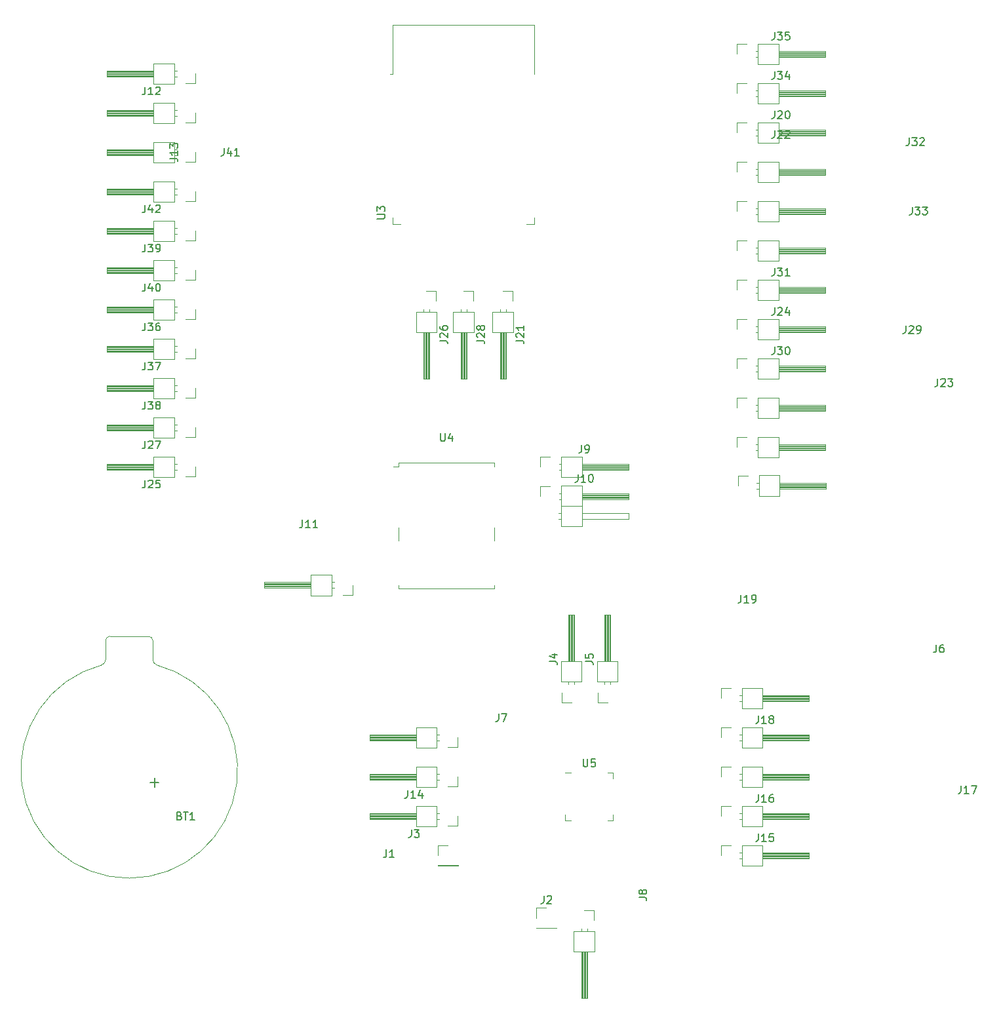
<source format=gbr>
%TF.GenerationSoftware,KiCad,Pcbnew,7.0.5*%
%TF.CreationDate,2023-06-26T00:24:41-05:00*%
%TF.ProjectId,PCB GPS,50434220-4750-4532-9e6b-696361645f70,rev?*%
%TF.SameCoordinates,Original*%
%TF.FileFunction,Legend,Top*%
%TF.FilePolarity,Positive*%
%FSLAX46Y46*%
G04 Gerber Fmt 4.6, Leading zero omitted, Abs format (unit mm)*
G04 Created by KiCad (PCBNEW 7.0.5) date 2023-06-26 00:24:41*
%MOMM*%
%LPD*%
G01*
G04 APERTURE LIST*
%ADD10C,0.150000*%
%ADD11C,0.120000*%
G04 APERTURE END LIST*
D10*
%TO.C,U5*%
X147543095Y-127214819D02*
X147543095Y-128024342D01*
X147543095Y-128024342D02*
X147590714Y-128119580D01*
X147590714Y-128119580D02*
X147638333Y-128167200D01*
X147638333Y-128167200D02*
X147733571Y-128214819D01*
X147733571Y-128214819D02*
X147924047Y-128214819D01*
X147924047Y-128214819D02*
X148019285Y-128167200D01*
X148019285Y-128167200D02*
X148066904Y-128119580D01*
X148066904Y-128119580D02*
X148114523Y-128024342D01*
X148114523Y-128024342D02*
X148114523Y-127214819D01*
X149066904Y-127214819D02*
X148590714Y-127214819D01*
X148590714Y-127214819D02*
X148543095Y-127691009D01*
X148543095Y-127691009D02*
X148590714Y-127643390D01*
X148590714Y-127643390D02*
X148685952Y-127595771D01*
X148685952Y-127595771D02*
X148924047Y-127595771D01*
X148924047Y-127595771D02*
X149019285Y-127643390D01*
X149019285Y-127643390D02*
X149066904Y-127691009D01*
X149066904Y-127691009D02*
X149114523Y-127786247D01*
X149114523Y-127786247D02*
X149114523Y-128024342D01*
X149114523Y-128024342D02*
X149066904Y-128119580D01*
X149066904Y-128119580D02*
X149019285Y-128167200D01*
X149019285Y-128167200D02*
X148924047Y-128214819D01*
X148924047Y-128214819D02*
X148685952Y-128214819D01*
X148685952Y-128214819D02*
X148590714Y-128167200D01*
X148590714Y-128167200D02*
X148543095Y-128119580D01*
%TO.C,U4*%
X129123095Y-85164819D02*
X129123095Y-85974342D01*
X129123095Y-85974342D02*
X129170714Y-86069580D01*
X129170714Y-86069580D02*
X129218333Y-86117200D01*
X129218333Y-86117200D02*
X129313571Y-86164819D01*
X129313571Y-86164819D02*
X129504047Y-86164819D01*
X129504047Y-86164819D02*
X129599285Y-86117200D01*
X129599285Y-86117200D02*
X129646904Y-86069580D01*
X129646904Y-86069580D02*
X129694523Y-85974342D01*
X129694523Y-85974342D02*
X129694523Y-85164819D01*
X130599285Y-85498152D02*
X130599285Y-86164819D01*
X130361190Y-85117200D02*
X130123095Y-85831485D01*
X130123095Y-85831485D02*
X130742142Y-85831485D01*
%TO.C,U3*%
X120924819Y-57406904D02*
X121734342Y-57406904D01*
X121734342Y-57406904D02*
X121829580Y-57359285D01*
X121829580Y-57359285D02*
X121877200Y-57311666D01*
X121877200Y-57311666D02*
X121924819Y-57216428D01*
X121924819Y-57216428D02*
X121924819Y-57025952D01*
X121924819Y-57025952D02*
X121877200Y-56930714D01*
X121877200Y-56930714D02*
X121829580Y-56883095D01*
X121829580Y-56883095D02*
X121734342Y-56835476D01*
X121734342Y-56835476D02*
X120924819Y-56835476D01*
X120924819Y-56454523D02*
X120924819Y-55835476D01*
X120924819Y-55835476D02*
X121305771Y-56168809D01*
X121305771Y-56168809D02*
X121305771Y-56025952D01*
X121305771Y-56025952D02*
X121353390Y-55930714D01*
X121353390Y-55930714D02*
X121401009Y-55883095D01*
X121401009Y-55883095D02*
X121496247Y-55835476D01*
X121496247Y-55835476D02*
X121734342Y-55835476D01*
X121734342Y-55835476D02*
X121829580Y-55883095D01*
X121829580Y-55883095D02*
X121877200Y-55930714D01*
X121877200Y-55930714D02*
X121924819Y-56025952D01*
X121924819Y-56025952D02*
X121924819Y-56311666D01*
X121924819Y-56311666D02*
X121877200Y-56406904D01*
X121877200Y-56406904D02*
X121829580Y-56454523D01*
%TO.C,J42*%
X90955476Y-55634819D02*
X90955476Y-56349104D01*
X90955476Y-56349104D02*
X90907857Y-56491961D01*
X90907857Y-56491961D02*
X90812619Y-56587200D01*
X90812619Y-56587200D02*
X90669762Y-56634819D01*
X90669762Y-56634819D02*
X90574524Y-56634819D01*
X91860238Y-55968152D02*
X91860238Y-56634819D01*
X91622143Y-55587200D02*
X91384048Y-56301485D01*
X91384048Y-56301485D02*
X92003095Y-56301485D01*
X92336429Y-55730057D02*
X92384048Y-55682438D01*
X92384048Y-55682438D02*
X92479286Y-55634819D01*
X92479286Y-55634819D02*
X92717381Y-55634819D01*
X92717381Y-55634819D02*
X92812619Y-55682438D01*
X92812619Y-55682438D02*
X92860238Y-55730057D01*
X92860238Y-55730057D02*
X92907857Y-55825295D01*
X92907857Y-55825295D02*
X92907857Y-55920533D01*
X92907857Y-55920533D02*
X92860238Y-56063390D01*
X92860238Y-56063390D02*
X92288810Y-56634819D01*
X92288810Y-56634819D02*
X92907857Y-56634819D01*
%TO.C,J41*%
X101125476Y-48284819D02*
X101125476Y-48999104D01*
X101125476Y-48999104D02*
X101077857Y-49141961D01*
X101077857Y-49141961D02*
X100982619Y-49237200D01*
X100982619Y-49237200D02*
X100839762Y-49284819D01*
X100839762Y-49284819D02*
X100744524Y-49284819D01*
X102030238Y-48618152D02*
X102030238Y-49284819D01*
X101792143Y-48237200D02*
X101554048Y-48951485D01*
X101554048Y-48951485D02*
X102173095Y-48951485D01*
X103077857Y-49284819D02*
X102506429Y-49284819D01*
X102792143Y-49284819D02*
X102792143Y-48284819D01*
X102792143Y-48284819D02*
X102696905Y-48427676D01*
X102696905Y-48427676D02*
X102601667Y-48522914D01*
X102601667Y-48522914D02*
X102506429Y-48570533D01*
%TO.C,J40*%
X90955476Y-65794819D02*
X90955476Y-66509104D01*
X90955476Y-66509104D02*
X90907857Y-66651961D01*
X90907857Y-66651961D02*
X90812619Y-66747200D01*
X90812619Y-66747200D02*
X90669762Y-66794819D01*
X90669762Y-66794819D02*
X90574524Y-66794819D01*
X91860238Y-66128152D02*
X91860238Y-66794819D01*
X91622143Y-65747200D02*
X91384048Y-66461485D01*
X91384048Y-66461485D02*
X92003095Y-66461485D01*
X92574524Y-65794819D02*
X92669762Y-65794819D01*
X92669762Y-65794819D02*
X92765000Y-65842438D01*
X92765000Y-65842438D02*
X92812619Y-65890057D01*
X92812619Y-65890057D02*
X92860238Y-65985295D01*
X92860238Y-65985295D02*
X92907857Y-66175771D01*
X92907857Y-66175771D02*
X92907857Y-66413866D01*
X92907857Y-66413866D02*
X92860238Y-66604342D01*
X92860238Y-66604342D02*
X92812619Y-66699580D01*
X92812619Y-66699580D02*
X92765000Y-66747200D01*
X92765000Y-66747200D02*
X92669762Y-66794819D01*
X92669762Y-66794819D02*
X92574524Y-66794819D01*
X92574524Y-66794819D02*
X92479286Y-66747200D01*
X92479286Y-66747200D02*
X92431667Y-66699580D01*
X92431667Y-66699580D02*
X92384048Y-66604342D01*
X92384048Y-66604342D02*
X92336429Y-66413866D01*
X92336429Y-66413866D02*
X92336429Y-66175771D01*
X92336429Y-66175771D02*
X92384048Y-65985295D01*
X92384048Y-65985295D02*
X92431667Y-65890057D01*
X92431667Y-65890057D02*
X92479286Y-65842438D01*
X92479286Y-65842438D02*
X92574524Y-65794819D01*
%TO.C,J39*%
X90955476Y-60714819D02*
X90955476Y-61429104D01*
X90955476Y-61429104D02*
X90907857Y-61571961D01*
X90907857Y-61571961D02*
X90812619Y-61667200D01*
X90812619Y-61667200D02*
X90669762Y-61714819D01*
X90669762Y-61714819D02*
X90574524Y-61714819D01*
X91336429Y-60714819D02*
X91955476Y-60714819D01*
X91955476Y-60714819D02*
X91622143Y-61095771D01*
X91622143Y-61095771D02*
X91765000Y-61095771D01*
X91765000Y-61095771D02*
X91860238Y-61143390D01*
X91860238Y-61143390D02*
X91907857Y-61191009D01*
X91907857Y-61191009D02*
X91955476Y-61286247D01*
X91955476Y-61286247D02*
X91955476Y-61524342D01*
X91955476Y-61524342D02*
X91907857Y-61619580D01*
X91907857Y-61619580D02*
X91860238Y-61667200D01*
X91860238Y-61667200D02*
X91765000Y-61714819D01*
X91765000Y-61714819D02*
X91479286Y-61714819D01*
X91479286Y-61714819D02*
X91384048Y-61667200D01*
X91384048Y-61667200D02*
X91336429Y-61619580D01*
X92431667Y-61714819D02*
X92622143Y-61714819D01*
X92622143Y-61714819D02*
X92717381Y-61667200D01*
X92717381Y-61667200D02*
X92765000Y-61619580D01*
X92765000Y-61619580D02*
X92860238Y-61476723D01*
X92860238Y-61476723D02*
X92907857Y-61286247D01*
X92907857Y-61286247D02*
X92907857Y-60905295D01*
X92907857Y-60905295D02*
X92860238Y-60810057D01*
X92860238Y-60810057D02*
X92812619Y-60762438D01*
X92812619Y-60762438D02*
X92717381Y-60714819D01*
X92717381Y-60714819D02*
X92526905Y-60714819D01*
X92526905Y-60714819D02*
X92431667Y-60762438D01*
X92431667Y-60762438D02*
X92384048Y-60810057D01*
X92384048Y-60810057D02*
X92336429Y-60905295D01*
X92336429Y-60905295D02*
X92336429Y-61143390D01*
X92336429Y-61143390D02*
X92384048Y-61238628D01*
X92384048Y-61238628D02*
X92431667Y-61286247D01*
X92431667Y-61286247D02*
X92526905Y-61333866D01*
X92526905Y-61333866D02*
X92717381Y-61333866D01*
X92717381Y-61333866D02*
X92812619Y-61286247D01*
X92812619Y-61286247D02*
X92860238Y-61238628D01*
X92860238Y-61238628D02*
X92907857Y-61143390D01*
%TO.C,J38*%
X90955476Y-81034819D02*
X90955476Y-81749104D01*
X90955476Y-81749104D02*
X90907857Y-81891961D01*
X90907857Y-81891961D02*
X90812619Y-81987200D01*
X90812619Y-81987200D02*
X90669762Y-82034819D01*
X90669762Y-82034819D02*
X90574524Y-82034819D01*
X91336429Y-81034819D02*
X91955476Y-81034819D01*
X91955476Y-81034819D02*
X91622143Y-81415771D01*
X91622143Y-81415771D02*
X91765000Y-81415771D01*
X91765000Y-81415771D02*
X91860238Y-81463390D01*
X91860238Y-81463390D02*
X91907857Y-81511009D01*
X91907857Y-81511009D02*
X91955476Y-81606247D01*
X91955476Y-81606247D02*
X91955476Y-81844342D01*
X91955476Y-81844342D02*
X91907857Y-81939580D01*
X91907857Y-81939580D02*
X91860238Y-81987200D01*
X91860238Y-81987200D02*
X91765000Y-82034819D01*
X91765000Y-82034819D02*
X91479286Y-82034819D01*
X91479286Y-82034819D02*
X91384048Y-81987200D01*
X91384048Y-81987200D02*
X91336429Y-81939580D01*
X92526905Y-81463390D02*
X92431667Y-81415771D01*
X92431667Y-81415771D02*
X92384048Y-81368152D01*
X92384048Y-81368152D02*
X92336429Y-81272914D01*
X92336429Y-81272914D02*
X92336429Y-81225295D01*
X92336429Y-81225295D02*
X92384048Y-81130057D01*
X92384048Y-81130057D02*
X92431667Y-81082438D01*
X92431667Y-81082438D02*
X92526905Y-81034819D01*
X92526905Y-81034819D02*
X92717381Y-81034819D01*
X92717381Y-81034819D02*
X92812619Y-81082438D01*
X92812619Y-81082438D02*
X92860238Y-81130057D01*
X92860238Y-81130057D02*
X92907857Y-81225295D01*
X92907857Y-81225295D02*
X92907857Y-81272914D01*
X92907857Y-81272914D02*
X92860238Y-81368152D01*
X92860238Y-81368152D02*
X92812619Y-81415771D01*
X92812619Y-81415771D02*
X92717381Y-81463390D01*
X92717381Y-81463390D02*
X92526905Y-81463390D01*
X92526905Y-81463390D02*
X92431667Y-81511009D01*
X92431667Y-81511009D02*
X92384048Y-81558628D01*
X92384048Y-81558628D02*
X92336429Y-81653866D01*
X92336429Y-81653866D02*
X92336429Y-81844342D01*
X92336429Y-81844342D02*
X92384048Y-81939580D01*
X92384048Y-81939580D02*
X92431667Y-81987200D01*
X92431667Y-81987200D02*
X92526905Y-82034819D01*
X92526905Y-82034819D02*
X92717381Y-82034819D01*
X92717381Y-82034819D02*
X92812619Y-81987200D01*
X92812619Y-81987200D02*
X92860238Y-81939580D01*
X92860238Y-81939580D02*
X92907857Y-81844342D01*
X92907857Y-81844342D02*
X92907857Y-81653866D01*
X92907857Y-81653866D02*
X92860238Y-81558628D01*
X92860238Y-81558628D02*
X92812619Y-81511009D01*
X92812619Y-81511009D02*
X92717381Y-81463390D01*
%TO.C,J37*%
X90955476Y-75954819D02*
X90955476Y-76669104D01*
X90955476Y-76669104D02*
X90907857Y-76811961D01*
X90907857Y-76811961D02*
X90812619Y-76907200D01*
X90812619Y-76907200D02*
X90669762Y-76954819D01*
X90669762Y-76954819D02*
X90574524Y-76954819D01*
X91336429Y-75954819D02*
X91955476Y-75954819D01*
X91955476Y-75954819D02*
X91622143Y-76335771D01*
X91622143Y-76335771D02*
X91765000Y-76335771D01*
X91765000Y-76335771D02*
X91860238Y-76383390D01*
X91860238Y-76383390D02*
X91907857Y-76431009D01*
X91907857Y-76431009D02*
X91955476Y-76526247D01*
X91955476Y-76526247D02*
X91955476Y-76764342D01*
X91955476Y-76764342D02*
X91907857Y-76859580D01*
X91907857Y-76859580D02*
X91860238Y-76907200D01*
X91860238Y-76907200D02*
X91765000Y-76954819D01*
X91765000Y-76954819D02*
X91479286Y-76954819D01*
X91479286Y-76954819D02*
X91384048Y-76907200D01*
X91384048Y-76907200D02*
X91336429Y-76859580D01*
X92288810Y-75954819D02*
X92955476Y-75954819D01*
X92955476Y-75954819D02*
X92526905Y-76954819D01*
%TO.C,J36*%
X90955476Y-70874819D02*
X90955476Y-71589104D01*
X90955476Y-71589104D02*
X90907857Y-71731961D01*
X90907857Y-71731961D02*
X90812619Y-71827200D01*
X90812619Y-71827200D02*
X90669762Y-71874819D01*
X90669762Y-71874819D02*
X90574524Y-71874819D01*
X91336429Y-70874819D02*
X91955476Y-70874819D01*
X91955476Y-70874819D02*
X91622143Y-71255771D01*
X91622143Y-71255771D02*
X91765000Y-71255771D01*
X91765000Y-71255771D02*
X91860238Y-71303390D01*
X91860238Y-71303390D02*
X91907857Y-71351009D01*
X91907857Y-71351009D02*
X91955476Y-71446247D01*
X91955476Y-71446247D02*
X91955476Y-71684342D01*
X91955476Y-71684342D02*
X91907857Y-71779580D01*
X91907857Y-71779580D02*
X91860238Y-71827200D01*
X91860238Y-71827200D02*
X91765000Y-71874819D01*
X91765000Y-71874819D02*
X91479286Y-71874819D01*
X91479286Y-71874819D02*
X91384048Y-71827200D01*
X91384048Y-71827200D02*
X91336429Y-71779580D01*
X92812619Y-70874819D02*
X92622143Y-70874819D01*
X92622143Y-70874819D02*
X92526905Y-70922438D01*
X92526905Y-70922438D02*
X92479286Y-70970057D01*
X92479286Y-70970057D02*
X92384048Y-71112914D01*
X92384048Y-71112914D02*
X92336429Y-71303390D01*
X92336429Y-71303390D02*
X92336429Y-71684342D01*
X92336429Y-71684342D02*
X92384048Y-71779580D01*
X92384048Y-71779580D02*
X92431667Y-71827200D01*
X92431667Y-71827200D02*
X92526905Y-71874819D01*
X92526905Y-71874819D02*
X92717381Y-71874819D01*
X92717381Y-71874819D02*
X92812619Y-71827200D01*
X92812619Y-71827200D02*
X92860238Y-71779580D01*
X92860238Y-71779580D02*
X92907857Y-71684342D01*
X92907857Y-71684342D02*
X92907857Y-71446247D01*
X92907857Y-71446247D02*
X92860238Y-71351009D01*
X92860238Y-71351009D02*
X92812619Y-71303390D01*
X92812619Y-71303390D02*
X92717381Y-71255771D01*
X92717381Y-71255771D02*
X92526905Y-71255771D01*
X92526905Y-71255771D02*
X92431667Y-71303390D01*
X92431667Y-71303390D02*
X92384048Y-71351009D01*
X92384048Y-71351009D02*
X92336429Y-71446247D01*
%TO.C,J35*%
X172255476Y-33314819D02*
X172255476Y-34029104D01*
X172255476Y-34029104D02*
X172207857Y-34171961D01*
X172207857Y-34171961D02*
X172112619Y-34267200D01*
X172112619Y-34267200D02*
X171969762Y-34314819D01*
X171969762Y-34314819D02*
X171874524Y-34314819D01*
X172636429Y-33314819D02*
X173255476Y-33314819D01*
X173255476Y-33314819D02*
X172922143Y-33695771D01*
X172922143Y-33695771D02*
X173065000Y-33695771D01*
X173065000Y-33695771D02*
X173160238Y-33743390D01*
X173160238Y-33743390D02*
X173207857Y-33791009D01*
X173207857Y-33791009D02*
X173255476Y-33886247D01*
X173255476Y-33886247D02*
X173255476Y-34124342D01*
X173255476Y-34124342D02*
X173207857Y-34219580D01*
X173207857Y-34219580D02*
X173160238Y-34267200D01*
X173160238Y-34267200D02*
X173065000Y-34314819D01*
X173065000Y-34314819D02*
X172779286Y-34314819D01*
X172779286Y-34314819D02*
X172684048Y-34267200D01*
X172684048Y-34267200D02*
X172636429Y-34219580D01*
X174160238Y-33314819D02*
X173684048Y-33314819D01*
X173684048Y-33314819D02*
X173636429Y-33791009D01*
X173636429Y-33791009D02*
X173684048Y-33743390D01*
X173684048Y-33743390D02*
X173779286Y-33695771D01*
X173779286Y-33695771D02*
X174017381Y-33695771D01*
X174017381Y-33695771D02*
X174112619Y-33743390D01*
X174112619Y-33743390D02*
X174160238Y-33791009D01*
X174160238Y-33791009D02*
X174207857Y-33886247D01*
X174207857Y-33886247D02*
X174207857Y-34124342D01*
X174207857Y-34124342D02*
X174160238Y-34219580D01*
X174160238Y-34219580D02*
X174112619Y-34267200D01*
X174112619Y-34267200D02*
X174017381Y-34314819D01*
X174017381Y-34314819D02*
X173779286Y-34314819D01*
X173779286Y-34314819D02*
X173684048Y-34267200D01*
X173684048Y-34267200D02*
X173636429Y-34219580D01*
%TO.C,J34*%
X172255476Y-38394819D02*
X172255476Y-39109104D01*
X172255476Y-39109104D02*
X172207857Y-39251961D01*
X172207857Y-39251961D02*
X172112619Y-39347200D01*
X172112619Y-39347200D02*
X171969762Y-39394819D01*
X171969762Y-39394819D02*
X171874524Y-39394819D01*
X172636429Y-38394819D02*
X173255476Y-38394819D01*
X173255476Y-38394819D02*
X172922143Y-38775771D01*
X172922143Y-38775771D02*
X173065000Y-38775771D01*
X173065000Y-38775771D02*
X173160238Y-38823390D01*
X173160238Y-38823390D02*
X173207857Y-38871009D01*
X173207857Y-38871009D02*
X173255476Y-38966247D01*
X173255476Y-38966247D02*
X173255476Y-39204342D01*
X173255476Y-39204342D02*
X173207857Y-39299580D01*
X173207857Y-39299580D02*
X173160238Y-39347200D01*
X173160238Y-39347200D02*
X173065000Y-39394819D01*
X173065000Y-39394819D02*
X172779286Y-39394819D01*
X172779286Y-39394819D02*
X172684048Y-39347200D01*
X172684048Y-39347200D02*
X172636429Y-39299580D01*
X174112619Y-38728152D02*
X174112619Y-39394819D01*
X173874524Y-38347200D02*
X173636429Y-39061485D01*
X173636429Y-39061485D02*
X174255476Y-39061485D01*
%TO.C,J33*%
X190025476Y-55904819D02*
X190025476Y-56619104D01*
X190025476Y-56619104D02*
X189977857Y-56761961D01*
X189977857Y-56761961D02*
X189882619Y-56857200D01*
X189882619Y-56857200D02*
X189739762Y-56904819D01*
X189739762Y-56904819D02*
X189644524Y-56904819D01*
X190406429Y-55904819D02*
X191025476Y-55904819D01*
X191025476Y-55904819D02*
X190692143Y-56285771D01*
X190692143Y-56285771D02*
X190835000Y-56285771D01*
X190835000Y-56285771D02*
X190930238Y-56333390D01*
X190930238Y-56333390D02*
X190977857Y-56381009D01*
X190977857Y-56381009D02*
X191025476Y-56476247D01*
X191025476Y-56476247D02*
X191025476Y-56714342D01*
X191025476Y-56714342D02*
X190977857Y-56809580D01*
X190977857Y-56809580D02*
X190930238Y-56857200D01*
X190930238Y-56857200D02*
X190835000Y-56904819D01*
X190835000Y-56904819D02*
X190549286Y-56904819D01*
X190549286Y-56904819D02*
X190454048Y-56857200D01*
X190454048Y-56857200D02*
X190406429Y-56809580D01*
X191358810Y-55904819D02*
X191977857Y-55904819D01*
X191977857Y-55904819D02*
X191644524Y-56285771D01*
X191644524Y-56285771D02*
X191787381Y-56285771D01*
X191787381Y-56285771D02*
X191882619Y-56333390D01*
X191882619Y-56333390D02*
X191930238Y-56381009D01*
X191930238Y-56381009D02*
X191977857Y-56476247D01*
X191977857Y-56476247D02*
X191977857Y-56714342D01*
X191977857Y-56714342D02*
X191930238Y-56809580D01*
X191930238Y-56809580D02*
X191882619Y-56857200D01*
X191882619Y-56857200D02*
X191787381Y-56904819D01*
X191787381Y-56904819D02*
X191501667Y-56904819D01*
X191501667Y-56904819D02*
X191406429Y-56857200D01*
X191406429Y-56857200D02*
X191358810Y-56809580D01*
%TO.C,J32*%
X189632976Y-46974819D02*
X189632976Y-47689104D01*
X189632976Y-47689104D02*
X189585357Y-47831961D01*
X189585357Y-47831961D02*
X189490119Y-47927200D01*
X189490119Y-47927200D02*
X189347262Y-47974819D01*
X189347262Y-47974819D02*
X189252024Y-47974819D01*
X190013929Y-46974819D02*
X190632976Y-46974819D01*
X190632976Y-46974819D02*
X190299643Y-47355771D01*
X190299643Y-47355771D02*
X190442500Y-47355771D01*
X190442500Y-47355771D02*
X190537738Y-47403390D01*
X190537738Y-47403390D02*
X190585357Y-47451009D01*
X190585357Y-47451009D02*
X190632976Y-47546247D01*
X190632976Y-47546247D02*
X190632976Y-47784342D01*
X190632976Y-47784342D02*
X190585357Y-47879580D01*
X190585357Y-47879580D02*
X190537738Y-47927200D01*
X190537738Y-47927200D02*
X190442500Y-47974819D01*
X190442500Y-47974819D02*
X190156786Y-47974819D01*
X190156786Y-47974819D02*
X190061548Y-47927200D01*
X190061548Y-47927200D02*
X190013929Y-47879580D01*
X191013929Y-47070057D02*
X191061548Y-47022438D01*
X191061548Y-47022438D02*
X191156786Y-46974819D01*
X191156786Y-46974819D02*
X191394881Y-46974819D01*
X191394881Y-46974819D02*
X191490119Y-47022438D01*
X191490119Y-47022438D02*
X191537738Y-47070057D01*
X191537738Y-47070057D02*
X191585357Y-47165295D01*
X191585357Y-47165295D02*
X191585357Y-47260533D01*
X191585357Y-47260533D02*
X191537738Y-47403390D01*
X191537738Y-47403390D02*
X190966310Y-47974819D01*
X190966310Y-47974819D02*
X191585357Y-47974819D01*
%TO.C,J31*%
X172255476Y-63794819D02*
X172255476Y-64509104D01*
X172255476Y-64509104D02*
X172207857Y-64651961D01*
X172207857Y-64651961D02*
X172112619Y-64747200D01*
X172112619Y-64747200D02*
X171969762Y-64794819D01*
X171969762Y-64794819D02*
X171874524Y-64794819D01*
X172636429Y-63794819D02*
X173255476Y-63794819D01*
X173255476Y-63794819D02*
X172922143Y-64175771D01*
X172922143Y-64175771D02*
X173065000Y-64175771D01*
X173065000Y-64175771D02*
X173160238Y-64223390D01*
X173160238Y-64223390D02*
X173207857Y-64271009D01*
X173207857Y-64271009D02*
X173255476Y-64366247D01*
X173255476Y-64366247D02*
X173255476Y-64604342D01*
X173255476Y-64604342D02*
X173207857Y-64699580D01*
X173207857Y-64699580D02*
X173160238Y-64747200D01*
X173160238Y-64747200D02*
X173065000Y-64794819D01*
X173065000Y-64794819D02*
X172779286Y-64794819D01*
X172779286Y-64794819D02*
X172684048Y-64747200D01*
X172684048Y-64747200D02*
X172636429Y-64699580D01*
X174207857Y-64794819D02*
X173636429Y-64794819D01*
X173922143Y-64794819D02*
X173922143Y-63794819D01*
X173922143Y-63794819D02*
X173826905Y-63937676D01*
X173826905Y-63937676D02*
X173731667Y-64032914D01*
X173731667Y-64032914D02*
X173636429Y-64080533D01*
%TO.C,J30*%
X172255476Y-73954819D02*
X172255476Y-74669104D01*
X172255476Y-74669104D02*
X172207857Y-74811961D01*
X172207857Y-74811961D02*
X172112619Y-74907200D01*
X172112619Y-74907200D02*
X171969762Y-74954819D01*
X171969762Y-74954819D02*
X171874524Y-74954819D01*
X172636429Y-73954819D02*
X173255476Y-73954819D01*
X173255476Y-73954819D02*
X172922143Y-74335771D01*
X172922143Y-74335771D02*
X173065000Y-74335771D01*
X173065000Y-74335771D02*
X173160238Y-74383390D01*
X173160238Y-74383390D02*
X173207857Y-74431009D01*
X173207857Y-74431009D02*
X173255476Y-74526247D01*
X173255476Y-74526247D02*
X173255476Y-74764342D01*
X173255476Y-74764342D02*
X173207857Y-74859580D01*
X173207857Y-74859580D02*
X173160238Y-74907200D01*
X173160238Y-74907200D02*
X173065000Y-74954819D01*
X173065000Y-74954819D02*
X172779286Y-74954819D01*
X172779286Y-74954819D02*
X172684048Y-74907200D01*
X172684048Y-74907200D02*
X172636429Y-74859580D01*
X173874524Y-73954819D02*
X173969762Y-73954819D01*
X173969762Y-73954819D02*
X174065000Y-74002438D01*
X174065000Y-74002438D02*
X174112619Y-74050057D01*
X174112619Y-74050057D02*
X174160238Y-74145295D01*
X174160238Y-74145295D02*
X174207857Y-74335771D01*
X174207857Y-74335771D02*
X174207857Y-74573866D01*
X174207857Y-74573866D02*
X174160238Y-74764342D01*
X174160238Y-74764342D02*
X174112619Y-74859580D01*
X174112619Y-74859580D02*
X174065000Y-74907200D01*
X174065000Y-74907200D02*
X173969762Y-74954819D01*
X173969762Y-74954819D02*
X173874524Y-74954819D01*
X173874524Y-74954819D02*
X173779286Y-74907200D01*
X173779286Y-74907200D02*
X173731667Y-74859580D01*
X173731667Y-74859580D02*
X173684048Y-74764342D01*
X173684048Y-74764342D02*
X173636429Y-74573866D01*
X173636429Y-74573866D02*
X173636429Y-74335771D01*
X173636429Y-74335771D02*
X173684048Y-74145295D01*
X173684048Y-74145295D02*
X173731667Y-74050057D01*
X173731667Y-74050057D02*
X173779286Y-74002438D01*
X173779286Y-74002438D02*
X173874524Y-73954819D01*
%TO.C,J29*%
X189202976Y-71244819D02*
X189202976Y-71959104D01*
X189202976Y-71959104D02*
X189155357Y-72101961D01*
X189155357Y-72101961D02*
X189060119Y-72197200D01*
X189060119Y-72197200D02*
X188917262Y-72244819D01*
X188917262Y-72244819D02*
X188822024Y-72244819D01*
X189631548Y-71340057D02*
X189679167Y-71292438D01*
X189679167Y-71292438D02*
X189774405Y-71244819D01*
X189774405Y-71244819D02*
X190012500Y-71244819D01*
X190012500Y-71244819D02*
X190107738Y-71292438D01*
X190107738Y-71292438D02*
X190155357Y-71340057D01*
X190155357Y-71340057D02*
X190202976Y-71435295D01*
X190202976Y-71435295D02*
X190202976Y-71530533D01*
X190202976Y-71530533D02*
X190155357Y-71673390D01*
X190155357Y-71673390D02*
X189583929Y-72244819D01*
X189583929Y-72244819D02*
X190202976Y-72244819D01*
X190679167Y-72244819D02*
X190869643Y-72244819D01*
X190869643Y-72244819D02*
X190964881Y-72197200D01*
X190964881Y-72197200D02*
X191012500Y-72149580D01*
X191012500Y-72149580D02*
X191107738Y-72006723D01*
X191107738Y-72006723D02*
X191155357Y-71816247D01*
X191155357Y-71816247D02*
X191155357Y-71435295D01*
X191155357Y-71435295D02*
X191107738Y-71340057D01*
X191107738Y-71340057D02*
X191060119Y-71292438D01*
X191060119Y-71292438D02*
X190964881Y-71244819D01*
X190964881Y-71244819D02*
X190774405Y-71244819D01*
X190774405Y-71244819D02*
X190679167Y-71292438D01*
X190679167Y-71292438D02*
X190631548Y-71340057D01*
X190631548Y-71340057D02*
X190583929Y-71435295D01*
X190583929Y-71435295D02*
X190583929Y-71673390D01*
X190583929Y-71673390D02*
X190631548Y-71768628D01*
X190631548Y-71768628D02*
X190679167Y-71816247D01*
X190679167Y-71816247D02*
X190774405Y-71863866D01*
X190774405Y-71863866D02*
X190964881Y-71863866D01*
X190964881Y-71863866D02*
X191060119Y-71816247D01*
X191060119Y-71816247D02*
X191107738Y-71768628D01*
X191107738Y-71768628D02*
X191155357Y-71673390D01*
%TO.C,J28*%
X133804819Y-73189103D02*
X134519104Y-73189103D01*
X134519104Y-73189103D02*
X134661961Y-73236722D01*
X134661961Y-73236722D02*
X134757200Y-73331960D01*
X134757200Y-73331960D02*
X134804819Y-73474817D01*
X134804819Y-73474817D02*
X134804819Y-73570055D01*
X133900057Y-72760531D02*
X133852438Y-72712912D01*
X133852438Y-72712912D02*
X133804819Y-72617674D01*
X133804819Y-72617674D02*
X133804819Y-72379579D01*
X133804819Y-72379579D02*
X133852438Y-72284341D01*
X133852438Y-72284341D02*
X133900057Y-72236722D01*
X133900057Y-72236722D02*
X133995295Y-72189103D01*
X133995295Y-72189103D02*
X134090533Y-72189103D01*
X134090533Y-72189103D02*
X134233390Y-72236722D01*
X134233390Y-72236722D02*
X134804819Y-72808150D01*
X134804819Y-72808150D02*
X134804819Y-72189103D01*
X134233390Y-71617674D02*
X134185771Y-71712912D01*
X134185771Y-71712912D02*
X134138152Y-71760531D01*
X134138152Y-71760531D02*
X134042914Y-71808150D01*
X134042914Y-71808150D02*
X133995295Y-71808150D01*
X133995295Y-71808150D02*
X133900057Y-71760531D01*
X133900057Y-71760531D02*
X133852438Y-71712912D01*
X133852438Y-71712912D02*
X133804819Y-71617674D01*
X133804819Y-71617674D02*
X133804819Y-71427198D01*
X133804819Y-71427198D02*
X133852438Y-71331960D01*
X133852438Y-71331960D02*
X133900057Y-71284341D01*
X133900057Y-71284341D02*
X133995295Y-71236722D01*
X133995295Y-71236722D02*
X134042914Y-71236722D01*
X134042914Y-71236722D02*
X134138152Y-71284341D01*
X134138152Y-71284341D02*
X134185771Y-71331960D01*
X134185771Y-71331960D02*
X134233390Y-71427198D01*
X134233390Y-71427198D02*
X134233390Y-71617674D01*
X134233390Y-71617674D02*
X134281009Y-71712912D01*
X134281009Y-71712912D02*
X134328628Y-71760531D01*
X134328628Y-71760531D02*
X134423866Y-71808150D01*
X134423866Y-71808150D02*
X134614342Y-71808150D01*
X134614342Y-71808150D02*
X134709580Y-71760531D01*
X134709580Y-71760531D02*
X134757200Y-71712912D01*
X134757200Y-71712912D02*
X134804819Y-71617674D01*
X134804819Y-71617674D02*
X134804819Y-71427198D01*
X134804819Y-71427198D02*
X134757200Y-71331960D01*
X134757200Y-71331960D02*
X134709580Y-71284341D01*
X134709580Y-71284341D02*
X134614342Y-71236722D01*
X134614342Y-71236722D02*
X134423866Y-71236722D01*
X134423866Y-71236722D02*
X134328628Y-71284341D01*
X134328628Y-71284341D02*
X134281009Y-71331960D01*
X134281009Y-71331960D02*
X134233390Y-71427198D01*
%TO.C,J27*%
X90955476Y-86114819D02*
X90955476Y-86829104D01*
X90955476Y-86829104D02*
X90907857Y-86971961D01*
X90907857Y-86971961D02*
X90812619Y-87067200D01*
X90812619Y-87067200D02*
X90669762Y-87114819D01*
X90669762Y-87114819D02*
X90574524Y-87114819D01*
X91384048Y-86210057D02*
X91431667Y-86162438D01*
X91431667Y-86162438D02*
X91526905Y-86114819D01*
X91526905Y-86114819D02*
X91765000Y-86114819D01*
X91765000Y-86114819D02*
X91860238Y-86162438D01*
X91860238Y-86162438D02*
X91907857Y-86210057D01*
X91907857Y-86210057D02*
X91955476Y-86305295D01*
X91955476Y-86305295D02*
X91955476Y-86400533D01*
X91955476Y-86400533D02*
X91907857Y-86543390D01*
X91907857Y-86543390D02*
X91336429Y-87114819D01*
X91336429Y-87114819D02*
X91955476Y-87114819D01*
X92288810Y-86114819D02*
X92955476Y-86114819D01*
X92955476Y-86114819D02*
X92526905Y-87114819D01*
%TO.C,J26*%
X129009819Y-73189103D02*
X129724104Y-73189103D01*
X129724104Y-73189103D02*
X129866961Y-73236722D01*
X129866961Y-73236722D02*
X129962200Y-73331960D01*
X129962200Y-73331960D02*
X130009819Y-73474817D01*
X130009819Y-73474817D02*
X130009819Y-73570055D01*
X129105057Y-72760531D02*
X129057438Y-72712912D01*
X129057438Y-72712912D02*
X129009819Y-72617674D01*
X129009819Y-72617674D02*
X129009819Y-72379579D01*
X129009819Y-72379579D02*
X129057438Y-72284341D01*
X129057438Y-72284341D02*
X129105057Y-72236722D01*
X129105057Y-72236722D02*
X129200295Y-72189103D01*
X129200295Y-72189103D02*
X129295533Y-72189103D01*
X129295533Y-72189103D02*
X129438390Y-72236722D01*
X129438390Y-72236722D02*
X130009819Y-72808150D01*
X130009819Y-72808150D02*
X130009819Y-72189103D01*
X129009819Y-71331960D02*
X129009819Y-71522436D01*
X129009819Y-71522436D02*
X129057438Y-71617674D01*
X129057438Y-71617674D02*
X129105057Y-71665293D01*
X129105057Y-71665293D02*
X129247914Y-71760531D01*
X129247914Y-71760531D02*
X129438390Y-71808150D01*
X129438390Y-71808150D02*
X129819342Y-71808150D01*
X129819342Y-71808150D02*
X129914580Y-71760531D01*
X129914580Y-71760531D02*
X129962200Y-71712912D01*
X129962200Y-71712912D02*
X130009819Y-71617674D01*
X130009819Y-71617674D02*
X130009819Y-71427198D01*
X130009819Y-71427198D02*
X129962200Y-71331960D01*
X129962200Y-71331960D02*
X129914580Y-71284341D01*
X129914580Y-71284341D02*
X129819342Y-71236722D01*
X129819342Y-71236722D02*
X129581247Y-71236722D01*
X129581247Y-71236722D02*
X129486009Y-71284341D01*
X129486009Y-71284341D02*
X129438390Y-71331960D01*
X129438390Y-71331960D02*
X129390771Y-71427198D01*
X129390771Y-71427198D02*
X129390771Y-71617674D01*
X129390771Y-71617674D02*
X129438390Y-71712912D01*
X129438390Y-71712912D02*
X129486009Y-71760531D01*
X129486009Y-71760531D02*
X129581247Y-71808150D01*
%TO.C,J25*%
X90955476Y-91194819D02*
X90955476Y-91909104D01*
X90955476Y-91909104D02*
X90907857Y-92051961D01*
X90907857Y-92051961D02*
X90812619Y-92147200D01*
X90812619Y-92147200D02*
X90669762Y-92194819D01*
X90669762Y-92194819D02*
X90574524Y-92194819D01*
X91384048Y-91290057D02*
X91431667Y-91242438D01*
X91431667Y-91242438D02*
X91526905Y-91194819D01*
X91526905Y-91194819D02*
X91765000Y-91194819D01*
X91765000Y-91194819D02*
X91860238Y-91242438D01*
X91860238Y-91242438D02*
X91907857Y-91290057D01*
X91907857Y-91290057D02*
X91955476Y-91385295D01*
X91955476Y-91385295D02*
X91955476Y-91480533D01*
X91955476Y-91480533D02*
X91907857Y-91623390D01*
X91907857Y-91623390D02*
X91336429Y-92194819D01*
X91336429Y-92194819D02*
X91955476Y-92194819D01*
X92860238Y-91194819D02*
X92384048Y-91194819D01*
X92384048Y-91194819D02*
X92336429Y-91671009D01*
X92336429Y-91671009D02*
X92384048Y-91623390D01*
X92384048Y-91623390D02*
X92479286Y-91575771D01*
X92479286Y-91575771D02*
X92717381Y-91575771D01*
X92717381Y-91575771D02*
X92812619Y-91623390D01*
X92812619Y-91623390D02*
X92860238Y-91671009D01*
X92860238Y-91671009D02*
X92907857Y-91766247D01*
X92907857Y-91766247D02*
X92907857Y-92004342D01*
X92907857Y-92004342D02*
X92860238Y-92099580D01*
X92860238Y-92099580D02*
X92812619Y-92147200D01*
X92812619Y-92147200D02*
X92717381Y-92194819D01*
X92717381Y-92194819D02*
X92479286Y-92194819D01*
X92479286Y-92194819D02*
X92384048Y-92147200D01*
X92384048Y-92147200D02*
X92336429Y-92099580D01*
%TO.C,J24*%
X172255476Y-68874819D02*
X172255476Y-69589104D01*
X172255476Y-69589104D02*
X172207857Y-69731961D01*
X172207857Y-69731961D02*
X172112619Y-69827200D01*
X172112619Y-69827200D02*
X171969762Y-69874819D01*
X171969762Y-69874819D02*
X171874524Y-69874819D01*
X172684048Y-68970057D02*
X172731667Y-68922438D01*
X172731667Y-68922438D02*
X172826905Y-68874819D01*
X172826905Y-68874819D02*
X173065000Y-68874819D01*
X173065000Y-68874819D02*
X173160238Y-68922438D01*
X173160238Y-68922438D02*
X173207857Y-68970057D01*
X173207857Y-68970057D02*
X173255476Y-69065295D01*
X173255476Y-69065295D02*
X173255476Y-69160533D01*
X173255476Y-69160533D02*
X173207857Y-69303390D01*
X173207857Y-69303390D02*
X172636429Y-69874819D01*
X172636429Y-69874819D02*
X173255476Y-69874819D01*
X174112619Y-69208152D02*
X174112619Y-69874819D01*
X173874524Y-68827200D02*
X173636429Y-69541485D01*
X173636429Y-69541485D02*
X174255476Y-69541485D01*
%TO.C,J23*%
X193320476Y-78085239D02*
X193320476Y-78799524D01*
X193320476Y-78799524D02*
X193272857Y-78942381D01*
X193272857Y-78942381D02*
X193177619Y-79037620D01*
X193177619Y-79037620D02*
X193034762Y-79085239D01*
X193034762Y-79085239D02*
X192939524Y-79085239D01*
X193749048Y-78180477D02*
X193796667Y-78132858D01*
X193796667Y-78132858D02*
X193891905Y-78085239D01*
X193891905Y-78085239D02*
X194130000Y-78085239D01*
X194130000Y-78085239D02*
X194225238Y-78132858D01*
X194225238Y-78132858D02*
X194272857Y-78180477D01*
X194272857Y-78180477D02*
X194320476Y-78275715D01*
X194320476Y-78275715D02*
X194320476Y-78370953D01*
X194320476Y-78370953D02*
X194272857Y-78513810D01*
X194272857Y-78513810D02*
X193701429Y-79085239D01*
X193701429Y-79085239D02*
X194320476Y-79085239D01*
X194653810Y-78085239D02*
X195272857Y-78085239D01*
X195272857Y-78085239D02*
X194939524Y-78466191D01*
X194939524Y-78466191D02*
X195082381Y-78466191D01*
X195082381Y-78466191D02*
X195177619Y-78513810D01*
X195177619Y-78513810D02*
X195225238Y-78561429D01*
X195225238Y-78561429D02*
X195272857Y-78656667D01*
X195272857Y-78656667D02*
X195272857Y-78894762D01*
X195272857Y-78894762D02*
X195225238Y-78990000D01*
X195225238Y-78990000D02*
X195177619Y-79037620D01*
X195177619Y-79037620D02*
X195082381Y-79085239D01*
X195082381Y-79085239D02*
X194796667Y-79085239D01*
X194796667Y-79085239D02*
X194701429Y-79037620D01*
X194701429Y-79037620D02*
X194653810Y-78990000D01*
%TO.C,J22*%
X172255476Y-46014819D02*
X172255476Y-46729104D01*
X172255476Y-46729104D02*
X172207857Y-46871961D01*
X172207857Y-46871961D02*
X172112619Y-46967200D01*
X172112619Y-46967200D02*
X171969762Y-47014819D01*
X171969762Y-47014819D02*
X171874524Y-47014819D01*
X172684048Y-46110057D02*
X172731667Y-46062438D01*
X172731667Y-46062438D02*
X172826905Y-46014819D01*
X172826905Y-46014819D02*
X173065000Y-46014819D01*
X173065000Y-46014819D02*
X173160238Y-46062438D01*
X173160238Y-46062438D02*
X173207857Y-46110057D01*
X173207857Y-46110057D02*
X173255476Y-46205295D01*
X173255476Y-46205295D02*
X173255476Y-46300533D01*
X173255476Y-46300533D02*
X173207857Y-46443390D01*
X173207857Y-46443390D02*
X172636429Y-47014819D01*
X172636429Y-47014819D02*
X173255476Y-47014819D01*
X173636429Y-46110057D02*
X173684048Y-46062438D01*
X173684048Y-46062438D02*
X173779286Y-46014819D01*
X173779286Y-46014819D02*
X174017381Y-46014819D01*
X174017381Y-46014819D02*
X174112619Y-46062438D01*
X174112619Y-46062438D02*
X174160238Y-46110057D01*
X174160238Y-46110057D02*
X174207857Y-46205295D01*
X174207857Y-46205295D02*
X174207857Y-46300533D01*
X174207857Y-46300533D02*
X174160238Y-46443390D01*
X174160238Y-46443390D02*
X173588810Y-47014819D01*
X173588810Y-47014819D02*
X174207857Y-47014819D01*
%TO.C,J21*%
X138884819Y-73189103D02*
X139599104Y-73189103D01*
X139599104Y-73189103D02*
X139741961Y-73236722D01*
X139741961Y-73236722D02*
X139837200Y-73331960D01*
X139837200Y-73331960D02*
X139884819Y-73474817D01*
X139884819Y-73474817D02*
X139884819Y-73570055D01*
X138980057Y-72760531D02*
X138932438Y-72712912D01*
X138932438Y-72712912D02*
X138884819Y-72617674D01*
X138884819Y-72617674D02*
X138884819Y-72379579D01*
X138884819Y-72379579D02*
X138932438Y-72284341D01*
X138932438Y-72284341D02*
X138980057Y-72236722D01*
X138980057Y-72236722D02*
X139075295Y-72189103D01*
X139075295Y-72189103D02*
X139170533Y-72189103D01*
X139170533Y-72189103D02*
X139313390Y-72236722D01*
X139313390Y-72236722D02*
X139884819Y-72808150D01*
X139884819Y-72808150D02*
X139884819Y-72189103D01*
X139884819Y-71236722D02*
X139884819Y-71808150D01*
X139884819Y-71522436D02*
X138884819Y-71522436D01*
X138884819Y-71522436D02*
X139027676Y-71617674D01*
X139027676Y-71617674D02*
X139122914Y-71712912D01*
X139122914Y-71712912D02*
X139170533Y-71808150D01*
%TO.C,J20*%
X172255476Y-43474819D02*
X172255476Y-44189104D01*
X172255476Y-44189104D02*
X172207857Y-44331961D01*
X172207857Y-44331961D02*
X172112619Y-44427200D01*
X172112619Y-44427200D02*
X171969762Y-44474819D01*
X171969762Y-44474819D02*
X171874524Y-44474819D01*
X172684048Y-43570057D02*
X172731667Y-43522438D01*
X172731667Y-43522438D02*
X172826905Y-43474819D01*
X172826905Y-43474819D02*
X173065000Y-43474819D01*
X173065000Y-43474819D02*
X173160238Y-43522438D01*
X173160238Y-43522438D02*
X173207857Y-43570057D01*
X173207857Y-43570057D02*
X173255476Y-43665295D01*
X173255476Y-43665295D02*
X173255476Y-43760533D01*
X173255476Y-43760533D02*
X173207857Y-43903390D01*
X173207857Y-43903390D02*
X172636429Y-44474819D01*
X172636429Y-44474819D02*
X173255476Y-44474819D01*
X173874524Y-43474819D02*
X173969762Y-43474819D01*
X173969762Y-43474819D02*
X174065000Y-43522438D01*
X174065000Y-43522438D02*
X174112619Y-43570057D01*
X174112619Y-43570057D02*
X174160238Y-43665295D01*
X174160238Y-43665295D02*
X174207857Y-43855771D01*
X174207857Y-43855771D02*
X174207857Y-44093866D01*
X174207857Y-44093866D02*
X174160238Y-44284342D01*
X174160238Y-44284342D02*
X174112619Y-44379580D01*
X174112619Y-44379580D02*
X174065000Y-44427200D01*
X174065000Y-44427200D02*
X173969762Y-44474819D01*
X173969762Y-44474819D02*
X173874524Y-44474819D01*
X173874524Y-44474819D02*
X173779286Y-44427200D01*
X173779286Y-44427200D02*
X173731667Y-44379580D01*
X173731667Y-44379580D02*
X173684048Y-44284342D01*
X173684048Y-44284342D02*
X173636429Y-44093866D01*
X173636429Y-44093866D02*
X173636429Y-43855771D01*
X173636429Y-43855771D02*
X173684048Y-43665295D01*
X173684048Y-43665295D02*
X173731667Y-43570057D01*
X173731667Y-43570057D02*
X173779286Y-43522438D01*
X173779286Y-43522438D02*
X173874524Y-43474819D01*
%TO.C,J19*%
X167920476Y-106025239D02*
X167920476Y-106739524D01*
X167920476Y-106739524D02*
X167872857Y-106882381D01*
X167872857Y-106882381D02*
X167777619Y-106977620D01*
X167777619Y-106977620D02*
X167634762Y-107025239D01*
X167634762Y-107025239D02*
X167539524Y-107025239D01*
X168920476Y-107025239D02*
X168349048Y-107025239D01*
X168634762Y-107025239D02*
X168634762Y-106025239D01*
X168634762Y-106025239D02*
X168539524Y-106168096D01*
X168539524Y-106168096D02*
X168444286Y-106263334D01*
X168444286Y-106263334D02*
X168349048Y-106310953D01*
X169396667Y-107025239D02*
X169587143Y-107025239D01*
X169587143Y-107025239D02*
X169682381Y-106977620D01*
X169682381Y-106977620D02*
X169730000Y-106930000D01*
X169730000Y-106930000D02*
X169825238Y-106787143D01*
X169825238Y-106787143D02*
X169872857Y-106596667D01*
X169872857Y-106596667D02*
X169872857Y-106215715D01*
X169872857Y-106215715D02*
X169825238Y-106120477D01*
X169825238Y-106120477D02*
X169777619Y-106072858D01*
X169777619Y-106072858D02*
X169682381Y-106025239D01*
X169682381Y-106025239D02*
X169491905Y-106025239D01*
X169491905Y-106025239D02*
X169396667Y-106072858D01*
X169396667Y-106072858D02*
X169349048Y-106120477D01*
X169349048Y-106120477D02*
X169301429Y-106215715D01*
X169301429Y-106215715D02*
X169301429Y-106453810D01*
X169301429Y-106453810D02*
X169349048Y-106549048D01*
X169349048Y-106549048D02*
X169396667Y-106596667D01*
X169396667Y-106596667D02*
X169491905Y-106644286D01*
X169491905Y-106644286D02*
X169682381Y-106644286D01*
X169682381Y-106644286D02*
X169777619Y-106596667D01*
X169777619Y-106596667D02*
X169825238Y-106549048D01*
X169825238Y-106549048D02*
X169872857Y-106453810D01*
%TO.C,J18*%
X170175476Y-121644819D02*
X170175476Y-122359104D01*
X170175476Y-122359104D02*
X170127857Y-122501961D01*
X170127857Y-122501961D02*
X170032619Y-122597200D01*
X170032619Y-122597200D02*
X169889762Y-122644819D01*
X169889762Y-122644819D02*
X169794524Y-122644819D01*
X171175476Y-122644819D02*
X170604048Y-122644819D01*
X170889762Y-122644819D02*
X170889762Y-121644819D01*
X170889762Y-121644819D02*
X170794524Y-121787676D01*
X170794524Y-121787676D02*
X170699286Y-121882914D01*
X170699286Y-121882914D02*
X170604048Y-121930533D01*
X171746905Y-122073390D02*
X171651667Y-122025771D01*
X171651667Y-122025771D02*
X171604048Y-121978152D01*
X171604048Y-121978152D02*
X171556429Y-121882914D01*
X171556429Y-121882914D02*
X171556429Y-121835295D01*
X171556429Y-121835295D02*
X171604048Y-121740057D01*
X171604048Y-121740057D02*
X171651667Y-121692438D01*
X171651667Y-121692438D02*
X171746905Y-121644819D01*
X171746905Y-121644819D02*
X171937381Y-121644819D01*
X171937381Y-121644819D02*
X172032619Y-121692438D01*
X172032619Y-121692438D02*
X172080238Y-121740057D01*
X172080238Y-121740057D02*
X172127857Y-121835295D01*
X172127857Y-121835295D02*
X172127857Y-121882914D01*
X172127857Y-121882914D02*
X172080238Y-121978152D01*
X172080238Y-121978152D02*
X172032619Y-122025771D01*
X172032619Y-122025771D02*
X171937381Y-122073390D01*
X171937381Y-122073390D02*
X171746905Y-122073390D01*
X171746905Y-122073390D02*
X171651667Y-122121009D01*
X171651667Y-122121009D02*
X171604048Y-122168628D01*
X171604048Y-122168628D02*
X171556429Y-122263866D01*
X171556429Y-122263866D02*
X171556429Y-122454342D01*
X171556429Y-122454342D02*
X171604048Y-122549580D01*
X171604048Y-122549580D02*
X171651667Y-122597200D01*
X171651667Y-122597200D02*
X171746905Y-122644819D01*
X171746905Y-122644819D02*
X171937381Y-122644819D01*
X171937381Y-122644819D02*
X172032619Y-122597200D01*
X172032619Y-122597200D02*
X172080238Y-122549580D01*
X172080238Y-122549580D02*
X172127857Y-122454342D01*
X172127857Y-122454342D02*
X172127857Y-122263866D01*
X172127857Y-122263866D02*
X172080238Y-122168628D01*
X172080238Y-122168628D02*
X172032619Y-122121009D01*
X172032619Y-122121009D02*
X171937381Y-122073390D01*
%TO.C,J17*%
X196335476Y-130659399D02*
X196335476Y-131373684D01*
X196335476Y-131373684D02*
X196287857Y-131516541D01*
X196287857Y-131516541D02*
X196192619Y-131611780D01*
X196192619Y-131611780D02*
X196049762Y-131659399D01*
X196049762Y-131659399D02*
X195954524Y-131659399D01*
X197335476Y-131659399D02*
X196764048Y-131659399D01*
X197049762Y-131659399D02*
X197049762Y-130659399D01*
X197049762Y-130659399D02*
X196954524Y-130802256D01*
X196954524Y-130802256D02*
X196859286Y-130897494D01*
X196859286Y-130897494D02*
X196764048Y-130945113D01*
X197668810Y-130659399D02*
X198335476Y-130659399D01*
X198335476Y-130659399D02*
X197906905Y-131659399D01*
%TO.C,J16*%
X170175476Y-131804819D02*
X170175476Y-132519104D01*
X170175476Y-132519104D02*
X170127857Y-132661961D01*
X170127857Y-132661961D02*
X170032619Y-132757200D01*
X170032619Y-132757200D02*
X169889762Y-132804819D01*
X169889762Y-132804819D02*
X169794524Y-132804819D01*
X171175476Y-132804819D02*
X170604048Y-132804819D01*
X170889762Y-132804819D02*
X170889762Y-131804819D01*
X170889762Y-131804819D02*
X170794524Y-131947676D01*
X170794524Y-131947676D02*
X170699286Y-132042914D01*
X170699286Y-132042914D02*
X170604048Y-132090533D01*
X172032619Y-131804819D02*
X171842143Y-131804819D01*
X171842143Y-131804819D02*
X171746905Y-131852438D01*
X171746905Y-131852438D02*
X171699286Y-131900057D01*
X171699286Y-131900057D02*
X171604048Y-132042914D01*
X171604048Y-132042914D02*
X171556429Y-132233390D01*
X171556429Y-132233390D02*
X171556429Y-132614342D01*
X171556429Y-132614342D02*
X171604048Y-132709580D01*
X171604048Y-132709580D02*
X171651667Y-132757200D01*
X171651667Y-132757200D02*
X171746905Y-132804819D01*
X171746905Y-132804819D02*
X171937381Y-132804819D01*
X171937381Y-132804819D02*
X172032619Y-132757200D01*
X172032619Y-132757200D02*
X172080238Y-132709580D01*
X172080238Y-132709580D02*
X172127857Y-132614342D01*
X172127857Y-132614342D02*
X172127857Y-132376247D01*
X172127857Y-132376247D02*
X172080238Y-132281009D01*
X172080238Y-132281009D02*
X172032619Y-132233390D01*
X172032619Y-132233390D02*
X171937381Y-132185771D01*
X171937381Y-132185771D02*
X171746905Y-132185771D01*
X171746905Y-132185771D02*
X171651667Y-132233390D01*
X171651667Y-132233390D02*
X171604048Y-132281009D01*
X171604048Y-132281009D02*
X171556429Y-132376247D01*
%TO.C,J15*%
X170175476Y-136884819D02*
X170175476Y-137599104D01*
X170175476Y-137599104D02*
X170127857Y-137741961D01*
X170127857Y-137741961D02*
X170032619Y-137837200D01*
X170032619Y-137837200D02*
X169889762Y-137884819D01*
X169889762Y-137884819D02*
X169794524Y-137884819D01*
X171175476Y-137884819D02*
X170604048Y-137884819D01*
X170889762Y-137884819D02*
X170889762Y-136884819D01*
X170889762Y-136884819D02*
X170794524Y-137027676D01*
X170794524Y-137027676D02*
X170699286Y-137122914D01*
X170699286Y-137122914D02*
X170604048Y-137170533D01*
X172080238Y-136884819D02*
X171604048Y-136884819D01*
X171604048Y-136884819D02*
X171556429Y-137361009D01*
X171556429Y-137361009D02*
X171604048Y-137313390D01*
X171604048Y-137313390D02*
X171699286Y-137265771D01*
X171699286Y-137265771D02*
X171937381Y-137265771D01*
X171937381Y-137265771D02*
X172032619Y-137313390D01*
X172032619Y-137313390D02*
X172080238Y-137361009D01*
X172080238Y-137361009D02*
X172127857Y-137456247D01*
X172127857Y-137456247D02*
X172127857Y-137694342D01*
X172127857Y-137694342D02*
X172080238Y-137789580D01*
X172080238Y-137789580D02*
X172032619Y-137837200D01*
X172032619Y-137837200D02*
X171937381Y-137884819D01*
X171937381Y-137884819D02*
X171699286Y-137884819D01*
X171699286Y-137884819D02*
X171604048Y-137837200D01*
X171604048Y-137837200D02*
X171556429Y-137789580D01*
%TO.C,J14*%
X124865476Y-131264819D02*
X124865476Y-131979104D01*
X124865476Y-131979104D02*
X124817857Y-132121961D01*
X124817857Y-132121961D02*
X124722619Y-132217200D01*
X124722619Y-132217200D02*
X124579762Y-132264819D01*
X124579762Y-132264819D02*
X124484524Y-132264819D01*
X125865476Y-132264819D02*
X125294048Y-132264819D01*
X125579762Y-132264819D02*
X125579762Y-131264819D01*
X125579762Y-131264819D02*
X125484524Y-131407676D01*
X125484524Y-131407676D02*
X125389286Y-131502914D01*
X125389286Y-131502914D02*
X125294048Y-131550533D01*
X126722619Y-131598152D02*
X126722619Y-132264819D01*
X126484524Y-131217200D02*
X126246429Y-131931485D01*
X126246429Y-131931485D02*
X126865476Y-131931485D01*
%TO.C,J13*%
X94164819Y-49639523D02*
X94879104Y-49639523D01*
X94879104Y-49639523D02*
X95021961Y-49687142D01*
X95021961Y-49687142D02*
X95117200Y-49782380D01*
X95117200Y-49782380D02*
X95164819Y-49925237D01*
X95164819Y-49925237D02*
X95164819Y-50020475D01*
X95164819Y-48639523D02*
X95164819Y-49210951D01*
X95164819Y-48925237D02*
X94164819Y-48925237D01*
X94164819Y-48925237D02*
X94307676Y-49020475D01*
X94307676Y-49020475D02*
X94402914Y-49115713D01*
X94402914Y-49115713D02*
X94450533Y-49210951D01*
X94164819Y-48306189D02*
X94164819Y-47687142D01*
X94164819Y-47687142D02*
X94545771Y-48020475D01*
X94545771Y-48020475D02*
X94545771Y-47877618D01*
X94545771Y-47877618D02*
X94593390Y-47782380D01*
X94593390Y-47782380D02*
X94641009Y-47734761D01*
X94641009Y-47734761D02*
X94736247Y-47687142D01*
X94736247Y-47687142D02*
X94974342Y-47687142D01*
X94974342Y-47687142D02*
X95069580Y-47734761D01*
X95069580Y-47734761D02*
X95117200Y-47782380D01*
X95117200Y-47782380D02*
X95164819Y-47877618D01*
X95164819Y-47877618D02*
X95164819Y-48163332D01*
X95164819Y-48163332D02*
X95117200Y-48258570D01*
X95117200Y-48258570D02*
X95069580Y-48306189D01*
%TO.C,J12*%
X90955476Y-40394819D02*
X90955476Y-41109104D01*
X90955476Y-41109104D02*
X90907857Y-41251961D01*
X90907857Y-41251961D02*
X90812619Y-41347200D01*
X90812619Y-41347200D02*
X90669762Y-41394819D01*
X90669762Y-41394819D02*
X90574524Y-41394819D01*
X91955476Y-41394819D02*
X91384048Y-41394819D01*
X91669762Y-41394819D02*
X91669762Y-40394819D01*
X91669762Y-40394819D02*
X91574524Y-40537676D01*
X91574524Y-40537676D02*
X91479286Y-40632914D01*
X91479286Y-40632914D02*
X91384048Y-40680533D01*
X92336429Y-40490057D02*
X92384048Y-40442438D01*
X92384048Y-40442438D02*
X92479286Y-40394819D01*
X92479286Y-40394819D02*
X92717381Y-40394819D01*
X92717381Y-40394819D02*
X92812619Y-40442438D01*
X92812619Y-40442438D02*
X92860238Y-40490057D01*
X92860238Y-40490057D02*
X92907857Y-40585295D01*
X92907857Y-40585295D02*
X92907857Y-40680533D01*
X92907857Y-40680533D02*
X92860238Y-40823390D01*
X92860238Y-40823390D02*
X92288810Y-41394819D01*
X92288810Y-41394819D02*
X92907857Y-41394819D01*
%TO.C,J11*%
X111275476Y-96334819D02*
X111275476Y-97049104D01*
X111275476Y-97049104D02*
X111227857Y-97191961D01*
X111227857Y-97191961D02*
X111132619Y-97287200D01*
X111132619Y-97287200D02*
X110989762Y-97334819D01*
X110989762Y-97334819D02*
X110894524Y-97334819D01*
X112275476Y-97334819D02*
X111704048Y-97334819D01*
X111989762Y-97334819D02*
X111989762Y-96334819D01*
X111989762Y-96334819D02*
X111894524Y-96477676D01*
X111894524Y-96477676D02*
X111799286Y-96572914D01*
X111799286Y-96572914D02*
X111704048Y-96620533D01*
X113227857Y-97334819D02*
X112656429Y-97334819D01*
X112942143Y-97334819D02*
X112942143Y-96334819D01*
X112942143Y-96334819D02*
X112846905Y-96477676D01*
X112846905Y-96477676D02*
X112751667Y-96572914D01*
X112751667Y-96572914D02*
X112656429Y-96620533D01*
%TO.C,J10*%
X146855476Y-90459819D02*
X146855476Y-91174104D01*
X146855476Y-91174104D02*
X146807857Y-91316961D01*
X146807857Y-91316961D02*
X146712619Y-91412200D01*
X146712619Y-91412200D02*
X146569762Y-91459819D01*
X146569762Y-91459819D02*
X146474524Y-91459819D01*
X147855476Y-91459819D02*
X147284048Y-91459819D01*
X147569762Y-91459819D02*
X147569762Y-90459819D01*
X147569762Y-90459819D02*
X147474524Y-90602676D01*
X147474524Y-90602676D02*
X147379286Y-90697914D01*
X147379286Y-90697914D02*
X147284048Y-90745533D01*
X148474524Y-90459819D02*
X148569762Y-90459819D01*
X148569762Y-90459819D02*
X148665000Y-90507438D01*
X148665000Y-90507438D02*
X148712619Y-90555057D01*
X148712619Y-90555057D02*
X148760238Y-90650295D01*
X148760238Y-90650295D02*
X148807857Y-90840771D01*
X148807857Y-90840771D02*
X148807857Y-91078866D01*
X148807857Y-91078866D02*
X148760238Y-91269342D01*
X148760238Y-91269342D02*
X148712619Y-91364580D01*
X148712619Y-91364580D02*
X148665000Y-91412200D01*
X148665000Y-91412200D02*
X148569762Y-91459819D01*
X148569762Y-91459819D02*
X148474524Y-91459819D01*
X148474524Y-91459819D02*
X148379286Y-91412200D01*
X148379286Y-91412200D02*
X148331667Y-91364580D01*
X148331667Y-91364580D02*
X148284048Y-91269342D01*
X148284048Y-91269342D02*
X148236429Y-91078866D01*
X148236429Y-91078866D02*
X148236429Y-90840771D01*
X148236429Y-90840771D02*
X148284048Y-90650295D01*
X148284048Y-90650295D02*
X148331667Y-90555057D01*
X148331667Y-90555057D02*
X148379286Y-90507438D01*
X148379286Y-90507438D02*
X148474524Y-90459819D01*
%TO.C,J9*%
X147331666Y-86654819D02*
X147331666Y-87369104D01*
X147331666Y-87369104D02*
X147284047Y-87511961D01*
X147284047Y-87511961D02*
X147188809Y-87607200D01*
X147188809Y-87607200D02*
X147045952Y-87654819D01*
X147045952Y-87654819D02*
X146950714Y-87654819D01*
X147855476Y-87654819D02*
X148045952Y-87654819D01*
X148045952Y-87654819D02*
X148141190Y-87607200D01*
X148141190Y-87607200D02*
X148188809Y-87559580D01*
X148188809Y-87559580D02*
X148284047Y-87416723D01*
X148284047Y-87416723D02*
X148331666Y-87226247D01*
X148331666Y-87226247D02*
X148331666Y-86845295D01*
X148331666Y-86845295D02*
X148284047Y-86750057D01*
X148284047Y-86750057D02*
X148236428Y-86702438D01*
X148236428Y-86702438D02*
X148141190Y-86654819D01*
X148141190Y-86654819D02*
X147950714Y-86654819D01*
X147950714Y-86654819D02*
X147855476Y-86702438D01*
X147855476Y-86702438D02*
X147807857Y-86750057D01*
X147807857Y-86750057D02*
X147760238Y-86845295D01*
X147760238Y-86845295D02*
X147760238Y-87083390D01*
X147760238Y-87083390D02*
X147807857Y-87178628D01*
X147807857Y-87178628D02*
X147855476Y-87226247D01*
X147855476Y-87226247D02*
X147950714Y-87273866D01*
X147950714Y-87273866D02*
X148141190Y-87273866D01*
X148141190Y-87273866D02*
X148236428Y-87226247D01*
X148236428Y-87226247D02*
X148284047Y-87178628D01*
X148284047Y-87178628D02*
X148331666Y-87083390D01*
%TO.C,J8*%
X154729819Y-145113333D02*
X155444104Y-145113333D01*
X155444104Y-145113333D02*
X155586961Y-145160952D01*
X155586961Y-145160952D02*
X155682200Y-145256190D01*
X155682200Y-145256190D02*
X155729819Y-145399047D01*
X155729819Y-145399047D02*
X155729819Y-145494285D01*
X155158390Y-144494285D02*
X155110771Y-144589523D01*
X155110771Y-144589523D02*
X155063152Y-144637142D01*
X155063152Y-144637142D02*
X154967914Y-144684761D01*
X154967914Y-144684761D02*
X154920295Y-144684761D01*
X154920295Y-144684761D02*
X154825057Y-144637142D01*
X154825057Y-144637142D02*
X154777438Y-144589523D01*
X154777438Y-144589523D02*
X154729819Y-144494285D01*
X154729819Y-144494285D02*
X154729819Y-144303809D01*
X154729819Y-144303809D02*
X154777438Y-144208571D01*
X154777438Y-144208571D02*
X154825057Y-144160952D01*
X154825057Y-144160952D02*
X154920295Y-144113333D01*
X154920295Y-144113333D02*
X154967914Y-144113333D01*
X154967914Y-144113333D02*
X155063152Y-144160952D01*
X155063152Y-144160952D02*
X155110771Y-144208571D01*
X155110771Y-144208571D02*
X155158390Y-144303809D01*
X155158390Y-144303809D02*
X155158390Y-144494285D01*
X155158390Y-144494285D02*
X155206009Y-144589523D01*
X155206009Y-144589523D02*
X155253628Y-144637142D01*
X155253628Y-144637142D02*
X155348866Y-144684761D01*
X155348866Y-144684761D02*
X155539342Y-144684761D01*
X155539342Y-144684761D02*
X155634580Y-144637142D01*
X155634580Y-144637142D02*
X155682200Y-144589523D01*
X155682200Y-144589523D02*
X155729819Y-144494285D01*
X155729819Y-144494285D02*
X155729819Y-144303809D01*
X155729819Y-144303809D02*
X155682200Y-144208571D01*
X155682200Y-144208571D02*
X155634580Y-144160952D01*
X155634580Y-144160952D02*
X155539342Y-144113333D01*
X155539342Y-144113333D02*
X155348866Y-144113333D01*
X155348866Y-144113333D02*
X155253628Y-144160952D01*
X155253628Y-144160952D02*
X155206009Y-144208571D01*
X155206009Y-144208571D02*
X155158390Y-144303809D01*
%TO.C,J7*%
X136641666Y-121374819D02*
X136641666Y-122089104D01*
X136641666Y-122089104D02*
X136594047Y-122231961D01*
X136594047Y-122231961D02*
X136498809Y-122327200D01*
X136498809Y-122327200D02*
X136355952Y-122374819D01*
X136355952Y-122374819D02*
X136260714Y-122374819D01*
X137022619Y-121374819D02*
X137689285Y-121374819D01*
X137689285Y-121374819D02*
X137260714Y-122374819D01*
%TO.C,J6*%
X193136666Y-112449399D02*
X193136666Y-113163684D01*
X193136666Y-113163684D02*
X193089047Y-113306541D01*
X193089047Y-113306541D02*
X192993809Y-113401780D01*
X192993809Y-113401780D02*
X192850952Y-113449399D01*
X192850952Y-113449399D02*
X192755714Y-113449399D01*
X194041428Y-112449399D02*
X193850952Y-112449399D01*
X193850952Y-112449399D02*
X193755714Y-112497018D01*
X193755714Y-112497018D02*
X193708095Y-112544637D01*
X193708095Y-112544637D02*
X193612857Y-112687494D01*
X193612857Y-112687494D02*
X193565238Y-112877970D01*
X193565238Y-112877970D02*
X193565238Y-113258922D01*
X193565238Y-113258922D02*
X193612857Y-113354160D01*
X193612857Y-113354160D02*
X193660476Y-113401780D01*
X193660476Y-113401780D02*
X193755714Y-113449399D01*
X193755714Y-113449399D02*
X193946190Y-113449399D01*
X193946190Y-113449399D02*
X194041428Y-113401780D01*
X194041428Y-113401780D02*
X194089047Y-113354160D01*
X194089047Y-113354160D02*
X194136666Y-113258922D01*
X194136666Y-113258922D02*
X194136666Y-113020827D01*
X194136666Y-113020827D02*
X194089047Y-112925589D01*
X194089047Y-112925589D02*
X194041428Y-112877970D01*
X194041428Y-112877970D02*
X193946190Y-112830351D01*
X193946190Y-112830351D02*
X193755714Y-112830351D01*
X193755714Y-112830351D02*
X193660476Y-112877970D01*
X193660476Y-112877970D02*
X193612857Y-112925589D01*
X193612857Y-112925589D02*
X193565238Y-113020827D01*
%TO.C,J5*%
X147839819Y-114623333D02*
X148554104Y-114623333D01*
X148554104Y-114623333D02*
X148696961Y-114670952D01*
X148696961Y-114670952D02*
X148792200Y-114766190D01*
X148792200Y-114766190D02*
X148839819Y-114909047D01*
X148839819Y-114909047D02*
X148839819Y-115004285D01*
X147839819Y-113670952D02*
X147839819Y-114147142D01*
X147839819Y-114147142D02*
X148316009Y-114194761D01*
X148316009Y-114194761D02*
X148268390Y-114147142D01*
X148268390Y-114147142D02*
X148220771Y-114051904D01*
X148220771Y-114051904D02*
X148220771Y-113813809D01*
X148220771Y-113813809D02*
X148268390Y-113718571D01*
X148268390Y-113718571D02*
X148316009Y-113670952D01*
X148316009Y-113670952D02*
X148411247Y-113623333D01*
X148411247Y-113623333D02*
X148649342Y-113623333D01*
X148649342Y-113623333D02*
X148744580Y-113670952D01*
X148744580Y-113670952D02*
X148792200Y-113718571D01*
X148792200Y-113718571D02*
X148839819Y-113813809D01*
X148839819Y-113813809D02*
X148839819Y-114051904D01*
X148839819Y-114051904D02*
X148792200Y-114147142D01*
X148792200Y-114147142D02*
X148744580Y-114194761D01*
%TO.C,J4*%
X143189819Y-114623333D02*
X143904104Y-114623333D01*
X143904104Y-114623333D02*
X144046961Y-114670952D01*
X144046961Y-114670952D02*
X144142200Y-114766190D01*
X144142200Y-114766190D02*
X144189819Y-114909047D01*
X144189819Y-114909047D02*
X144189819Y-115004285D01*
X143523152Y-113718571D02*
X144189819Y-113718571D01*
X143142200Y-113956666D02*
X143856485Y-114194761D01*
X143856485Y-114194761D02*
X143856485Y-113575714D01*
%TO.C,J3*%
X125341666Y-136344819D02*
X125341666Y-137059104D01*
X125341666Y-137059104D02*
X125294047Y-137201961D01*
X125294047Y-137201961D02*
X125198809Y-137297200D01*
X125198809Y-137297200D02*
X125055952Y-137344819D01*
X125055952Y-137344819D02*
X124960714Y-137344819D01*
X125722619Y-136344819D02*
X126341666Y-136344819D01*
X126341666Y-136344819D02*
X126008333Y-136725771D01*
X126008333Y-136725771D02*
X126151190Y-136725771D01*
X126151190Y-136725771D02*
X126246428Y-136773390D01*
X126246428Y-136773390D02*
X126294047Y-136821009D01*
X126294047Y-136821009D02*
X126341666Y-136916247D01*
X126341666Y-136916247D02*
X126341666Y-137154342D01*
X126341666Y-137154342D02*
X126294047Y-137249580D01*
X126294047Y-137249580D02*
X126246428Y-137297200D01*
X126246428Y-137297200D02*
X126151190Y-137344819D01*
X126151190Y-137344819D02*
X125865476Y-137344819D01*
X125865476Y-137344819D02*
X125770238Y-137297200D01*
X125770238Y-137297200D02*
X125722619Y-137249580D01*
%TO.C,J2*%
X142444166Y-144892319D02*
X142444166Y-145606604D01*
X142444166Y-145606604D02*
X142396547Y-145749461D01*
X142396547Y-145749461D02*
X142301309Y-145844700D01*
X142301309Y-145844700D02*
X142158452Y-145892319D01*
X142158452Y-145892319D02*
X142063214Y-145892319D01*
X142872738Y-144987557D02*
X142920357Y-144939938D01*
X142920357Y-144939938D02*
X143015595Y-144892319D01*
X143015595Y-144892319D02*
X143253690Y-144892319D01*
X143253690Y-144892319D02*
X143348928Y-144939938D01*
X143348928Y-144939938D02*
X143396547Y-144987557D01*
X143396547Y-144987557D02*
X143444166Y-145082795D01*
X143444166Y-145082795D02*
X143444166Y-145178033D01*
X143444166Y-145178033D02*
X143396547Y-145320890D01*
X143396547Y-145320890D02*
X142825119Y-145892319D01*
X142825119Y-145892319D02*
X143444166Y-145892319D01*
%TO.C,J1*%
X122106666Y-138934819D02*
X122106666Y-139649104D01*
X122106666Y-139649104D02*
X122059047Y-139791961D01*
X122059047Y-139791961D02*
X121963809Y-139887200D01*
X121963809Y-139887200D02*
X121820952Y-139934819D01*
X121820952Y-139934819D02*
X121725714Y-139934819D01*
X123106666Y-139934819D02*
X122535238Y-139934819D01*
X122820952Y-139934819D02*
X122820952Y-138934819D01*
X122820952Y-138934819D02*
X122725714Y-139077676D01*
X122725714Y-139077676D02*
X122630476Y-139172914D01*
X122630476Y-139172914D02*
X122535238Y-139220533D01*
%TO.C,BT1*%
X95384286Y-134576009D02*
X95527143Y-134623628D01*
X95527143Y-134623628D02*
X95574762Y-134671247D01*
X95574762Y-134671247D02*
X95622381Y-134766485D01*
X95622381Y-134766485D02*
X95622381Y-134909342D01*
X95622381Y-134909342D02*
X95574762Y-135004580D01*
X95574762Y-135004580D02*
X95527143Y-135052200D01*
X95527143Y-135052200D02*
X95431905Y-135099819D01*
X95431905Y-135099819D02*
X95050953Y-135099819D01*
X95050953Y-135099819D02*
X95050953Y-134099819D01*
X95050953Y-134099819D02*
X95384286Y-134099819D01*
X95384286Y-134099819D02*
X95479524Y-134147438D01*
X95479524Y-134147438D02*
X95527143Y-134195057D01*
X95527143Y-134195057D02*
X95574762Y-134290295D01*
X95574762Y-134290295D02*
X95574762Y-134385533D01*
X95574762Y-134385533D02*
X95527143Y-134480771D01*
X95527143Y-134480771D02*
X95479524Y-134528390D01*
X95479524Y-134528390D02*
X95384286Y-134576009D01*
X95384286Y-134576009D02*
X95050953Y-134576009D01*
X95908096Y-134099819D02*
X96479524Y-134099819D01*
X96193810Y-135099819D02*
X96193810Y-134099819D01*
X97336667Y-135099819D02*
X96765239Y-135099819D01*
X97050953Y-135099819D02*
X97050953Y-134099819D01*
X97050953Y-134099819D02*
X96955715Y-134242676D01*
X96955715Y-134242676D02*
X96860477Y-134337914D01*
X96860477Y-134337914D02*
X96765239Y-134385533D01*
X91598572Y-130259700D02*
X92741430Y-130259700D01*
X92170001Y-130831128D02*
X92170001Y-129688271D01*
D11*
%TO.C,U5*%
X145945000Y-135190000D02*
X145195000Y-135190000D01*
X145945000Y-128970000D02*
X145195000Y-128970000D01*
X150665000Y-135190000D02*
X151415000Y-135190000D01*
X145195000Y-135190000D02*
X145195000Y-134440000D01*
X150665000Y-128970000D02*
X151415000Y-128970000D01*
X151415000Y-135190000D02*
X151415000Y-134440000D01*
X151415000Y-128970000D02*
X151415000Y-129720000D01*
%TO.C,U4*%
X123665000Y-97350000D02*
X123665000Y-99030000D01*
X136085000Y-88980000D02*
X136085000Y-89430000D01*
X136085000Y-97350000D02*
X136085000Y-99030000D01*
X122975000Y-89430000D02*
X123665000Y-89430000D01*
X123665000Y-88980000D02*
X123665000Y-89430000D01*
X123665000Y-88980000D02*
X136085000Y-88980000D01*
X123665000Y-104750000D02*
X123665000Y-105200000D01*
X123665000Y-105200000D02*
X136085000Y-105200000D01*
X136085000Y-104750000D02*
X136085000Y-105190000D01*
%TO.C,U3*%
X122960000Y-58095000D02*
X123960000Y-58095000D01*
X122960000Y-57315000D02*
X122960000Y-58095000D01*
X122960000Y-38770000D02*
X122580000Y-38770000D01*
X141200000Y-58095000D02*
X140200000Y-58095000D01*
X141200000Y-57315000D02*
X141200000Y-58095000D01*
X122960000Y-32355000D02*
X122960000Y-38770000D01*
X122960000Y-32355000D02*
X141200000Y-32355000D01*
X141200000Y-32355000D02*
X141200000Y-38770000D01*
%TO.C,J42*%
X94710000Y-52580000D02*
X92050000Y-52580000D01*
X94710000Y-55240000D02*
X94710000Y-52580000D01*
X92050000Y-53750000D02*
X86050000Y-53750000D01*
X86050000Y-53530000D02*
X92050000Y-53530000D01*
X95040000Y-54290000D02*
X94710000Y-54290000D01*
X92050000Y-53990000D02*
X86050000Y-53990000D01*
X92050000Y-54230000D02*
X86050000Y-54230000D01*
X92050000Y-54290000D02*
X86050000Y-54290000D01*
X92050000Y-54110000D02*
X86050000Y-54110000D01*
X92050000Y-53630000D02*
X86050000Y-53630000D01*
X86050000Y-54290000D02*
X86050000Y-53530000D01*
X92050000Y-52580000D02*
X92050000Y-55240000D01*
X95040000Y-53530000D02*
X94710000Y-53530000D01*
X97420000Y-53910000D02*
X97420000Y-55180000D01*
X97420000Y-55180000D02*
X96150000Y-55180000D01*
X92050000Y-55240000D02*
X94710000Y-55240000D01*
X92050000Y-53870000D02*
X86050000Y-53870000D01*
%TO.C,J41*%
X94710000Y-47500000D02*
X92050000Y-47500000D01*
X94710000Y-50160000D02*
X94710000Y-47500000D01*
X92050000Y-48670000D02*
X86050000Y-48670000D01*
X86050000Y-48450000D02*
X92050000Y-48450000D01*
X95040000Y-49210000D02*
X94710000Y-49210000D01*
X92050000Y-48910000D02*
X86050000Y-48910000D01*
X92050000Y-49150000D02*
X86050000Y-49150000D01*
X92050000Y-49210000D02*
X86050000Y-49210000D01*
X92050000Y-49030000D02*
X86050000Y-49030000D01*
X92050000Y-48550000D02*
X86050000Y-48550000D01*
X86050000Y-49210000D02*
X86050000Y-48450000D01*
X92050000Y-47500000D02*
X92050000Y-50160000D01*
X95040000Y-48450000D02*
X94710000Y-48450000D01*
X97420000Y-48830000D02*
X97420000Y-50100000D01*
X97420000Y-50100000D02*
X96150000Y-50100000D01*
X92050000Y-50160000D02*
X94710000Y-50160000D01*
X92050000Y-48790000D02*
X86050000Y-48790000D01*
%TO.C,J40*%
X94710000Y-62740000D02*
X92050000Y-62740000D01*
X94710000Y-65400000D02*
X94710000Y-62740000D01*
X92050000Y-63910000D02*
X86050000Y-63910000D01*
X86050000Y-63690000D02*
X92050000Y-63690000D01*
X95040000Y-64450000D02*
X94710000Y-64450000D01*
X92050000Y-64150000D02*
X86050000Y-64150000D01*
X92050000Y-64390000D02*
X86050000Y-64390000D01*
X92050000Y-64450000D02*
X86050000Y-64450000D01*
X92050000Y-64270000D02*
X86050000Y-64270000D01*
X92050000Y-63790000D02*
X86050000Y-63790000D01*
X86050000Y-64450000D02*
X86050000Y-63690000D01*
X92050000Y-62740000D02*
X92050000Y-65400000D01*
X95040000Y-63690000D02*
X94710000Y-63690000D01*
X97420000Y-64070000D02*
X97420000Y-65340000D01*
X97420000Y-65340000D02*
X96150000Y-65340000D01*
X92050000Y-65400000D02*
X94710000Y-65400000D01*
X92050000Y-64030000D02*
X86050000Y-64030000D01*
%TO.C,J39*%
X94710000Y-57660000D02*
X92050000Y-57660000D01*
X94710000Y-60320000D02*
X94710000Y-57660000D01*
X92050000Y-58830000D02*
X86050000Y-58830000D01*
X86050000Y-58610000D02*
X92050000Y-58610000D01*
X95040000Y-59370000D02*
X94710000Y-59370000D01*
X92050000Y-59070000D02*
X86050000Y-59070000D01*
X92050000Y-59310000D02*
X86050000Y-59310000D01*
X92050000Y-59370000D02*
X86050000Y-59370000D01*
X92050000Y-59190000D02*
X86050000Y-59190000D01*
X92050000Y-58710000D02*
X86050000Y-58710000D01*
X86050000Y-59370000D02*
X86050000Y-58610000D01*
X92050000Y-57660000D02*
X92050000Y-60320000D01*
X95040000Y-58610000D02*
X94710000Y-58610000D01*
X97420000Y-58990000D02*
X97420000Y-60260000D01*
X97420000Y-60260000D02*
X96150000Y-60260000D01*
X92050000Y-60320000D02*
X94710000Y-60320000D01*
X92050000Y-58950000D02*
X86050000Y-58950000D01*
%TO.C,J38*%
X94710000Y-77980000D02*
X92050000Y-77980000D01*
X94710000Y-80640000D02*
X94710000Y-77980000D01*
X92050000Y-79150000D02*
X86050000Y-79150000D01*
X86050000Y-78930000D02*
X92050000Y-78930000D01*
X95040000Y-79690000D02*
X94710000Y-79690000D01*
X92050000Y-79390000D02*
X86050000Y-79390000D01*
X92050000Y-79630000D02*
X86050000Y-79630000D01*
X92050000Y-79690000D02*
X86050000Y-79690000D01*
X92050000Y-79510000D02*
X86050000Y-79510000D01*
X92050000Y-79030000D02*
X86050000Y-79030000D01*
X86050000Y-79690000D02*
X86050000Y-78930000D01*
X92050000Y-77980000D02*
X92050000Y-80640000D01*
X95040000Y-78930000D02*
X94710000Y-78930000D01*
X97420000Y-79310000D02*
X97420000Y-80580000D01*
X97420000Y-80580000D02*
X96150000Y-80580000D01*
X92050000Y-80640000D02*
X94710000Y-80640000D01*
X92050000Y-79270000D02*
X86050000Y-79270000D01*
%TO.C,J37*%
X94710000Y-72900000D02*
X92050000Y-72900000D01*
X94710000Y-75560000D02*
X94710000Y-72900000D01*
X92050000Y-74070000D02*
X86050000Y-74070000D01*
X86050000Y-73850000D02*
X92050000Y-73850000D01*
X95040000Y-74610000D02*
X94710000Y-74610000D01*
X92050000Y-74310000D02*
X86050000Y-74310000D01*
X92050000Y-74550000D02*
X86050000Y-74550000D01*
X92050000Y-74610000D02*
X86050000Y-74610000D01*
X92050000Y-74430000D02*
X86050000Y-74430000D01*
X92050000Y-73950000D02*
X86050000Y-73950000D01*
X86050000Y-74610000D02*
X86050000Y-73850000D01*
X92050000Y-72900000D02*
X92050000Y-75560000D01*
X95040000Y-73850000D02*
X94710000Y-73850000D01*
X97420000Y-74230000D02*
X97420000Y-75500000D01*
X97420000Y-75500000D02*
X96150000Y-75500000D01*
X92050000Y-75560000D02*
X94710000Y-75560000D01*
X92050000Y-74190000D02*
X86050000Y-74190000D01*
%TO.C,J36*%
X94710000Y-67820000D02*
X92050000Y-67820000D01*
X94710000Y-70480000D02*
X94710000Y-67820000D01*
X92050000Y-68990000D02*
X86050000Y-68990000D01*
X86050000Y-68770000D02*
X92050000Y-68770000D01*
X95040000Y-69530000D02*
X94710000Y-69530000D01*
X92050000Y-69230000D02*
X86050000Y-69230000D01*
X92050000Y-69470000D02*
X86050000Y-69470000D01*
X92050000Y-69530000D02*
X86050000Y-69530000D01*
X92050000Y-69350000D02*
X86050000Y-69350000D01*
X92050000Y-68870000D02*
X86050000Y-68870000D01*
X86050000Y-69530000D02*
X86050000Y-68770000D01*
X92050000Y-67820000D02*
X92050000Y-70480000D01*
X95040000Y-68770000D02*
X94710000Y-68770000D01*
X97420000Y-69150000D02*
X97420000Y-70420000D01*
X97420000Y-70420000D02*
X96150000Y-70420000D01*
X92050000Y-70480000D02*
X94710000Y-70480000D01*
X92050000Y-69110000D02*
X86050000Y-69110000D01*
%TO.C,J35*%
X170120000Y-37460000D02*
X172780000Y-37460000D01*
X170120000Y-34800000D02*
X170120000Y-37460000D01*
X172780000Y-36290000D02*
X178780000Y-36290000D01*
X178780000Y-36510000D02*
X172780000Y-36510000D01*
X169790000Y-35750000D02*
X170120000Y-35750000D01*
X172780000Y-36050000D02*
X178780000Y-36050000D01*
X172780000Y-35810000D02*
X178780000Y-35810000D01*
X172780000Y-35750000D02*
X178780000Y-35750000D01*
X172780000Y-35930000D02*
X178780000Y-35930000D01*
X172780000Y-36410000D02*
X178780000Y-36410000D01*
X178780000Y-35750000D02*
X178780000Y-36510000D01*
X172780000Y-37460000D02*
X172780000Y-34800000D01*
X169790000Y-36510000D02*
X170120000Y-36510000D01*
X167410000Y-36130000D02*
X167410000Y-34860000D01*
X167410000Y-34860000D02*
X168680000Y-34860000D01*
X172780000Y-34800000D02*
X170120000Y-34800000D01*
X172780000Y-36170000D02*
X178780000Y-36170000D01*
%TO.C,J34*%
X170120000Y-42540000D02*
X172780000Y-42540000D01*
X170120000Y-39880000D02*
X170120000Y-42540000D01*
X172780000Y-41370000D02*
X178780000Y-41370000D01*
X178780000Y-41590000D02*
X172780000Y-41590000D01*
X169790000Y-40830000D02*
X170120000Y-40830000D01*
X172780000Y-41130000D02*
X178780000Y-41130000D01*
X172780000Y-40890000D02*
X178780000Y-40890000D01*
X172780000Y-40830000D02*
X178780000Y-40830000D01*
X172780000Y-41010000D02*
X178780000Y-41010000D01*
X172780000Y-41490000D02*
X178780000Y-41490000D01*
X178780000Y-40830000D02*
X178780000Y-41590000D01*
X172780000Y-42540000D02*
X172780000Y-39880000D01*
X169790000Y-41590000D02*
X170120000Y-41590000D01*
X167410000Y-41210000D02*
X167410000Y-39940000D01*
X167410000Y-39940000D02*
X168680000Y-39940000D01*
X172780000Y-39880000D02*
X170120000Y-39880000D01*
X172780000Y-41250000D02*
X178780000Y-41250000D01*
%TO.C,J33*%
X170120000Y-57780000D02*
X172780000Y-57780000D01*
X170120000Y-55120000D02*
X170120000Y-57780000D01*
X172780000Y-56610000D02*
X178780000Y-56610000D01*
X178780000Y-56830000D02*
X172780000Y-56830000D01*
X169790000Y-56070000D02*
X170120000Y-56070000D01*
X172780000Y-56370000D02*
X178780000Y-56370000D01*
X172780000Y-56130000D02*
X178780000Y-56130000D01*
X172780000Y-56070000D02*
X178780000Y-56070000D01*
X172780000Y-56250000D02*
X178780000Y-56250000D01*
X172780000Y-56730000D02*
X178780000Y-56730000D01*
X178780000Y-56070000D02*
X178780000Y-56830000D01*
X172780000Y-57780000D02*
X172780000Y-55120000D01*
X169790000Y-56830000D02*
X170120000Y-56830000D01*
X167410000Y-56450000D02*
X167410000Y-55180000D01*
X167410000Y-55180000D02*
X168680000Y-55180000D01*
X172780000Y-55120000D02*
X170120000Y-55120000D01*
X172780000Y-56490000D02*
X178780000Y-56490000D01*
%TO.C,J32*%
X170120000Y-62860000D02*
X172780000Y-62860000D01*
X170120000Y-60200000D02*
X170120000Y-62860000D01*
X172780000Y-61690000D02*
X178780000Y-61690000D01*
X178780000Y-61910000D02*
X172780000Y-61910000D01*
X169790000Y-61150000D02*
X170120000Y-61150000D01*
X172780000Y-61450000D02*
X178780000Y-61450000D01*
X172780000Y-61210000D02*
X178780000Y-61210000D01*
X172780000Y-61150000D02*
X178780000Y-61150000D01*
X172780000Y-61330000D02*
X178780000Y-61330000D01*
X172780000Y-61810000D02*
X178780000Y-61810000D01*
X178780000Y-61150000D02*
X178780000Y-61910000D01*
X172780000Y-62860000D02*
X172780000Y-60200000D01*
X169790000Y-61910000D02*
X170120000Y-61910000D01*
X167410000Y-61530000D02*
X167410000Y-60260000D01*
X167410000Y-60260000D02*
X168680000Y-60260000D01*
X172780000Y-60200000D02*
X170120000Y-60200000D01*
X172780000Y-61570000D02*
X178780000Y-61570000D01*
%TO.C,J31*%
X170120000Y-67940000D02*
X172780000Y-67940000D01*
X170120000Y-65280000D02*
X170120000Y-67940000D01*
X172780000Y-66770000D02*
X178780000Y-66770000D01*
X178780000Y-66990000D02*
X172780000Y-66990000D01*
X169790000Y-66230000D02*
X170120000Y-66230000D01*
X172780000Y-66530000D02*
X178780000Y-66530000D01*
X172780000Y-66290000D02*
X178780000Y-66290000D01*
X172780000Y-66230000D02*
X178780000Y-66230000D01*
X172780000Y-66410000D02*
X178780000Y-66410000D01*
X172780000Y-66890000D02*
X178780000Y-66890000D01*
X178780000Y-66230000D02*
X178780000Y-66990000D01*
X172780000Y-67940000D02*
X172780000Y-65280000D01*
X169790000Y-66990000D02*
X170120000Y-66990000D01*
X167410000Y-66610000D02*
X167410000Y-65340000D01*
X167410000Y-65340000D02*
X168680000Y-65340000D01*
X172780000Y-65280000D02*
X170120000Y-65280000D01*
X172780000Y-66650000D02*
X178780000Y-66650000D01*
%TO.C,J30*%
X170120000Y-78100000D02*
X172780000Y-78100000D01*
X170120000Y-75440000D02*
X170120000Y-78100000D01*
X172780000Y-76930000D02*
X178780000Y-76930000D01*
X178780000Y-77150000D02*
X172780000Y-77150000D01*
X169790000Y-76390000D02*
X170120000Y-76390000D01*
X172780000Y-76690000D02*
X178780000Y-76690000D01*
X172780000Y-76450000D02*
X178780000Y-76450000D01*
X172780000Y-76390000D02*
X178780000Y-76390000D01*
X172780000Y-76570000D02*
X178780000Y-76570000D01*
X172780000Y-77050000D02*
X178780000Y-77050000D01*
X178780000Y-76390000D02*
X178780000Y-77150000D01*
X172780000Y-78100000D02*
X172780000Y-75440000D01*
X169790000Y-77150000D02*
X170120000Y-77150000D01*
X167410000Y-76770000D02*
X167410000Y-75500000D01*
X167410000Y-75500000D02*
X168680000Y-75500000D01*
X172780000Y-75440000D02*
X170120000Y-75440000D01*
X172780000Y-76810000D02*
X178780000Y-76810000D01*
%TO.C,J29*%
X170120000Y-83180000D02*
X172780000Y-83180000D01*
X170120000Y-80520000D02*
X170120000Y-83180000D01*
X172780000Y-82010000D02*
X178780000Y-82010000D01*
X178780000Y-82230000D02*
X172780000Y-82230000D01*
X169790000Y-81470000D02*
X170120000Y-81470000D01*
X172780000Y-81770000D02*
X178780000Y-81770000D01*
X172780000Y-81530000D02*
X178780000Y-81530000D01*
X172780000Y-81470000D02*
X178780000Y-81470000D01*
X172780000Y-81650000D02*
X178780000Y-81650000D01*
X172780000Y-82130000D02*
X178780000Y-82130000D01*
X178780000Y-81470000D02*
X178780000Y-82230000D01*
X172780000Y-83180000D02*
X172780000Y-80520000D01*
X169790000Y-82230000D02*
X170120000Y-82230000D01*
X167410000Y-81850000D02*
X167410000Y-80580000D01*
X167410000Y-80580000D02*
X168680000Y-80580000D01*
X172780000Y-80520000D02*
X170120000Y-80520000D01*
X172780000Y-81890000D02*
X178780000Y-81890000D01*
%TO.C,J28*%
X130750000Y-69434580D02*
X130750000Y-72094580D01*
X133410000Y-69434580D02*
X130750000Y-69434580D01*
X131920000Y-72094580D02*
X131920000Y-78094580D01*
X131700000Y-78094580D02*
X131700000Y-72094580D01*
X132460000Y-69104580D02*
X132460000Y-69434580D01*
X132160000Y-72094580D02*
X132160000Y-78094580D01*
X132400000Y-72094580D02*
X132400000Y-78094580D01*
X132460000Y-72094580D02*
X132460000Y-78094580D01*
X132280000Y-72094580D02*
X132280000Y-78094580D01*
X131800000Y-72094580D02*
X131800000Y-78094580D01*
X132460000Y-78094580D02*
X131700000Y-78094580D01*
X130750000Y-72094580D02*
X133410000Y-72094580D01*
X131700000Y-69104580D02*
X131700000Y-69434580D01*
X132080000Y-66724580D02*
X133350000Y-66724580D01*
X133350000Y-66724580D02*
X133350000Y-67994580D01*
X133410000Y-72094580D02*
X133410000Y-69434580D01*
X132040000Y-72094580D02*
X132040000Y-78094580D01*
%TO.C,J27*%
X94710000Y-83060000D02*
X92050000Y-83060000D01*
X94710000Y-85720000D02*
X94710000Y-83060000D01*
X92050000Y-84230000D02*
X86050000Y-84230000D01*
X86050000Y-84010000D02*
X92050000Y-84010000D01*
X95040000Y-84770000D02*
X94710000Y-84770000D01*
X92050000Y-84470000D02*
X86050000Y-84470000D01*
X92050000Y-84710000D02*
X86050000Y-84710000D01*
X92050000Y-84770000D02*
X86050000Y-84770000D01*
X92050000Y-84590000D02*
X86050000Y-84590000D01*
X92050000Y-84110000D02*
X86050000Y-84110000D01*
X86050000Y-84770000D02*
X86050000Y-84010000D01*
X92050000Y-83060000D02*
X92050000Y-85720000D01*
X95040000Y-84010000D02*
X94710000Y-84010000D01*
X97420000Y-84390000D02*
X97420000Y-85660000D01*
X97420000Y-85660000D02*
X96150000Y-85660000D01*
X92050000Y-85720000D02*
X94710000Y-85720000D01*
X92050000Y-84350000D02*
X86050000Y-84350000D01*
%TO.C,J26*%
X125955000Y-69434580D02*
X125955000Y-72094580D01*
X128615000Y-69434580D02*
X125955000Y-69434580D01*
X127125000Y-72094580D02*
X127125000Y-78094580D01*
X126905000Y-78094580D02*
X126905000Y-72094580D01*
X127665000Y-69104580D02*
X127665000Y-69434580D01*
X127365000Y-72094580D02*
X127365000Y-78094580D01*
X127605000Y-72094580D02*
X127605000Y-78094580D01*
X127665000Y-72094580D02*
X127665000Y-78094580D01*
X127485000Y-72094580D02*
X127485000Y-78094580D01*
X127005000Y-72094580D02*
X127005000Y-78094580D01*
X127665000Y-78094580D02*
X126905000Y-78094580D01*
X125955000Y-72094580D02*
X128615000Y-72094580D01*
X126905000Y-69104580D02*
X126905000Y-69434580D01*
X127285000Y-66724580D02*
X128555000Y-66724580D01*
X128555000Y-66724580D02*
X128555000Y-67994580D01*
X128615000Y-72094580D02*
X128615000Y-69434580D01*
X127245000Y-72094580D02*
X127245000Y-78094580D01*
%TO.C,J25*%
X94710000Y-88140000D02*
X92050000Y-88140000D01*
X94710000Y-90800000D02*
X94710000Y-88140000D01*
X92050000Y-89310000D02*
X86050000Y-89310000D01*
X86050000Y-89090000D02*
X92050000Y-89090000D01*
X95040000Y-89850000D02*
X94710000Y-89850000D01*
X92050000Y-89550000D02*
X86050000Y-89550000D01*
X92050000Y-89790000D02*
X86050000Y-89790000D01*
X92050000Y-89850000D02*
X86050000Y-89850000D01*
X92050000Y-89670000D02*
X86050000Y-89670000D01*
X92050000Y-89190000D02*
X86050000Y-89190000D01*
X86050000Y-89850000D02*
X86050000Y-89090000D01*
X92050000Y-88140000D02*
X92050000Y-90800000D01*
X95040000Y-89090000D02*
X94710000Y-89090000D01*
X97420000Y-89470000D02*
X97420000Y-90740000D01*
X97420000Y-90740000D02*
X96150000Y-90740000D01*
X92050000Y-90800000D02*
X94710000Y-90800000D01*
X92050000Y-89430000D02*
X86050000Y-89430000D01*
%TO.C,J24*%
X170120000Y-73020000D02*
X172780000Y-73020000D01*
X170120000Y-70360000D02*
X170120000Y-73020000D01*
X172780000Y-71850000D02*
X178780000Y-71850000D01*
X178780000Y-72070000D02*
X172780000Y-72070000D01*
X169790000Y-71310000D02*
X170120000Y-71310000D01*
X172780000Y-71610000D02*
X178780000Y-71610000D01*
X172780000Y-71370000D02*
X178780000Y-71370000D01*
X172780000Y-71310000D02*
X178780000Y-71310000D01*
X172780000Y-71490000D02*
X178780000Y-71490000D01*
X172780000Y-71970000D02*
X178780000Y-71970000D01*
X178780000Y-71310000D02*
X178780000Y-72070000D01*
X172780000Y-73020000D02*
X172780000Y-70360000D01*
X169790000Y-72070000D02*
X170120000Y-72070000D01*
X167410000Y-71690000D02*
X167410000Y-70420000D01*
X167410000Y-70420000D02*
X168680000Y-70420000D01*
X172780000Y-70360000D02*
X170120000Y-70360000D01*
X172780000Y-71730000D02*
X178780000Y-71730000D01*
%TO.C,J23*%
X170120000Y-88260000D02*
X172780000Y-88260000D01*
X170120000Y-85600000D02*
X170120000Y-88260000D01*
X172780000Y-87090000D02*
X178780000Y-87090000D01*
X178780000Y-87310000D02*
X172780000Y-87310000D01*
X169790000Y-86550000D02*
X170120000Y-86550000D01*
X172780000Y-86850000D02*
X178780000Y-86850000D01*
X172780000Y-86610000D02*
X178780000Y-86610000D01*
X172780000Y-86550000D02*
X178780000Y-86550000D01*
X172780000Y-86730000D02*
X178780000Y-86730000D01*
X172780000Y-87210000D02*
X178780000Y-87210000D01*
X178780000Y-86550000D02*
X178780000Y-87310000D01*
X172780000Y-88260000D02*
X172780000Y-85600000D01*
X169790000Y-87310000D02*
X170120000Y-87310000D01*
X167410000Y-86930000D02*
X167410000Y-85660000D01*
X167410000Y-85660000D02*
X168680000Y-85660000D01*
X172780000Y-85600000D02*
X170120000Y-85600000D01*
X172780000Y-86970000D02*
X178780000Y-86970000D01*
%TO.C,J22*%
X170120000Y-52700000D02*
X172780000Y-52700000D01*
X170120000Y-50040000D02*
X170120000Y-52700000D01*
X172780000Y-51530000D02*
X178780000Y-51530000D01*
X178780000Y-51750000D02*
X172780000Y-51750000D01*
X169790000Y-50990000D02*
X170120000Y-50990000D01*
X172780000Y-51290000D02*
X178780000Y-51290000D01*
X172780000Y-51050000D02*
X178780000Y-51050000D01*
X172780000Y-50990000D02*
X178780000Y-50990000D01*
X172780000Y-51170000D02*
X178780000Y-51170000D01*
X172780000Y-51650000D02*
X178780000Y-51650000D01*
X178780000Y-50990000D02*
X178780000Y-51750000D01*
X172780000Y-52700000D02*
X172780000Y-50040000D01*
X169790000Y-51750000D02*
X170120000Y-51750000D01*
X167410000Y-51370000D02*
X167410000Y-50100000D01*
X167410000Y-50100000D02*
X168680000Y-50100000D01*
X172780000Y-50040000D02*
X170120000Y-50040000D01*
X172780000Y-51410000D02*
X178780000Y-51410000D01*
%TO.C,J21*%
X135830000Y-69434580D02*
X135830000Y-72094580D01*
X138490000Y-69434580D02*
X135830000Y-69434580D01*
X137000000Y-72094580D02*
X137000000Y-78094580D01*
X136780000Y-78094580D02*
X136780000Y-72094580D01*
X137540000Y-69104580D02*
X137540000Y-69434580D01*
X137240000Y-72094580D02*
X137240000Y-78094580D01*
X137480000Y-72094580D02*
X137480000Y-78094580D01*
X137540000Y-72094580D02*
X137540000Y-78094580D01*
X137360000Y-72094580D02*
X137360000Y-78094580D01*
X136880000Y-72094580D02*
X136880000Y-78094580D01*
X137540000Y-78094580D02*
X136780000Y-78094580D01*
X135830000Y-72094580D02*
X138490000Y-72094580D01*
X136780000Y-69104580D02*
X136780000Y-69434580D01*
X137160000Y-66724580D02*
X138430000Y-66724580D01*
X138430000Y-66724580D02*
X138430000Y-67994580D01*
X138490000Y-72094580D02*
X138490000Y-69434580D01*
X137120000Y-72094580D02*
X137120000Y-78094580D01*
%TO.C,J20*%
X170120000Y-47620000D02*
X172780000Y-47620000D01*
X170120000Y-44960000D02*
X170120000Y-47620000D01*
X172780000Y-46450000D02*
X178780000Y-46450000D01*
X178780000Y-46670000D02*
X172780000Y-46670000D01*
X169790000Y-45910000D02*
X170120000Y-45910000D01*
X172780000Y-46210000D02*
X178780000Y-46210000D01*
X172780000Y-45970000D02*
X178780000Y-45970000D01*
X172780000Y-45910000D02*
X178780000Y-45910000D01*
X172780000Y-46090000D02*
X178780000Y-46090000D01*
X172780000Y-46570000D02*
X178780000Y-46570000D01*
X178780000Y-45910000D02*
X178780000Y-46670000D01*
X172780000Y-47620000D02*
X172780000Y-44960000D01*
X169790000Y-46670000D02*
X170120000Y-46670000D01*
X167410000Y-46290000D02*
X167410000Y-45020000D01*
X167410000Y-45020000D02*
X168680000Y-45020000D01*
X172780000Y-44960000D02*
X170120000Y-44960000D01*
X172780000Y-46330000D02*
X178780000Y-46330000D01*
%TO.C,J19*%
X170242500Y-93240000D02*
X172902500Y-93240000D01*
X170242500Y-90580000D02*
X170242500Y-93240000D01*
X172902500Y-92070000D02*
X178902500Y-92070000D01*
X178902500Y-92290000D02*
X172902500Y-92290000D01*
X169912500Y-91530000D02*
X170242500Y-91530000D01*
X172902500Y-91830000D02*
X178902500Y-91830000D01*
X172902500Y-91590000D02*
X178902500Y-91590000D01*
X172902500Y-91530000D02*
X178902500Y-91530000D01*
X172902500Y-91710000D02*
X178902500Y-91710000D01*
X172902500Y-92190000D02*
X178902500Y-92190000D01*
X178902500Y-91530000D02*
X178902500Y-92290000D01*
X172902500Y-93240000D02*
X172902500Y-90580000D01*
X169912500Y-92290000D02*
X170242500Y-92290000D01*
X167532500Y-91910000D02*
X167532500Y-90640000D01*
X167532500Y-90640000D02*
X168802500Y-90640000D01*
X172902500Y-90580000D02*
X170242500Y-90580000D01*
X172902500Y-91950000D02*
X178902500Y-91950000D01*
%TO.C,J18*%
X168040000Y-125790000D02*
X170700000Y-125790000D01*
X168040000Y-123130000D02*
X168040000Y-125790000D01*
X170700000Y-124620000D02*
X176700000Y-124620000D01*
X176700000Y-124840000D02*
X170700000Y-124840000D01*
X167710000Y-124080000D02*
X168040000Y-124080000D01*
X170700000Y-124380000D02*
X176700000Y-124380000D01*
X170700000Y-124140000D02*
X176700000Y-124140000D01*
X170700000Y-124080000D02*
X176700000Y-124080000D01*
X170700000Y-124260000D02*
X176700000Y-124260000D01*
X170700000Y-124740000D02*
X176700000Y-124740000D01*
X176700000Y-124080000D02*
X176700000Y-124840000D01*
X170700000Y-125790000D02*
X170700000Y-123130000D01*
X167710000Y-124840000D02*
X168040000Y-124840000D01*
X165330000Y-124460000D02*
X165330000Y-123190000D01*
X165330000Y-123190000D02*
X166600000Y-123190000D01*
X170700000Y-123130000D02*
X168040000Y-123130000D01*
X170700000Y-124500000D02*
X176700000Y-124500000D01*
%TO.C,J17*%
X168040000Y-130870000D02*
X170700000Y-130870000D01*
X168040000Y-128210000D02*
X168040000Y-130870000D01*
X170700000Y-129700000D02*
X176700000Y-129700000D01*
X176700000Y-129920000D02*
X170700000Y-129920000D01*
X167710000Y-129160000D02*
X168040000Y-129160000D01*
X170700000Y-129460000D02*
X176700000Y-129460000D01*
X170700000Y-129220000D02*
X176700000Y-129220000D01*
X170700000Y-129160000D02*
X176700000Y-129160000D01*
X170700000Y-129340000D02*
X176700000Y-129340000D01*
X170700000Y-129820000D02*
X176700000Y-129820000D01*
X176700000Y-129160000D02*
X176700000Y-129920000D01*
X170700000Y-130870000D02*
X170700000Y-128210000D01*
X167710000Y-129920000D02*
X168040000Y-129920000D01*
X165330000Y-129540000D02*
X165330000Y-128270000D01*
X165330000Y-128270000D02*
X166600000Y-128270000D01*
X170700000Y-128210000D02*
X168040000Y-128210000D01*
X170700000Y-129580000D02*
X176700000Y-129580000D01*
%TO.C,J16*%
X168040000Y-135950000D02*
X170700000Y-135950000D01*
X168040000Y-133290000D02*
X168040000Y-135950000D01*
X170700000Y-134780000D02*
X176700000Y-134780000D01*
X176700000Y-135000000D02*
X170700000Y-135000000D01*
X167710000Y-134240000D02*
X168040000Y-134240000D01*
X170700000Y-134540000D02*
X176700000Y-134540000D01*
X170700000Y-134300000D02*
X176700000Y-134300000D01*
X170700000Y-134240000D02*
X176700000Y-134240000D01*
X170700000Y-134420000D02*
X176700000Y-134420000D01*
X170700000Y-134900000D02*
X176700000Y-134900000D01*
X176700000Y-134240000D02*
X176700000Y-135000000D01*
X170700000Y-135950000D02*
X170700000Y-133290000D01*
X167710000Y-135000000D02*
X168040000Y-135000000D01*
X165330000Y-134620000D02*
X165330000Y-133350000D01*
X165330000Y-133350000D02*
X166600000Y-133350000D01*
X170700000Y-133290000D02*
X168040000Y-133290000D01*
X170700000Y-134660000D02*
X176700000Y-134660000D01*
%TO.C,J15*%
X168040000Y-141030000D02*
X170700000Y-141030000D01*
X168040000Y-138370000D02*
X168040000Y-141030000D01*
X170700000Y-139860000D02*
X176700000Y-139860000D01*
X176700000Y-140080000D02*
X170700000Y-140080000D01*
X167710000Y-139320000D02*
X168040000Y-139320000D01*
X170700000Y-139620000D02*
X176700000Y-139620000D01*
X170700000Y-139380000D02*
X176700000Y-139380000D01*
X170700000Y-139320000D02*
X176700000Y-139320000D01*
X170700000Y-139500000D02*
X176700000Y-139500000D01*
X170700000Y-139980000D02*
X176700000Y-139980000D01*
X176700000Y-139320000D02*
X176700000Y-140080000D01*
X170700000Y-141030000D02*
X170700000Y-138370000D01*
X167710000Y-140080000D02*
X168040000Y-140080000D01*
X165330000Y-139700000D02*
X165330000Y-138430000D01*
X165330000Y-138430000D02*
X166600000Y-138430000D01*
X170700000Y-138370000D02*
X168040000Y-138370000D01*
X170700000Y-139740000D02*
X176700000Y-139740000D01*
%TO.C,J14*%
X128620000Y-128210000D02*
X125960000Y-128210000D01*
X128620000Y-130870000D02*
X128620000Y-128210000D01*
X125960000Y-129380000D02*
X119960000Y-129380000D01*
X119960000Y-129160000D02*
X125960000Y-129160000D01*
X128950000Y-129920000D02*
X128620000Y-129920000D01*
X125960000Y-129620000D02*
X119960000Y-129620000D01*
X125960000Y-129860000D02*
X119960000Y-129860000D01*
X125960000Y-129920000D02*
X119960000Y-129920000D01*
X125960000Y-129740000D02*
X119960000Y-129740000D01*
X125960000Y-129260000D02*
X119960000Y-129260000D01*
X119960000Y-129920000D02*
X119960000Y-129160000D01*
X125960000Y-128210000D02*
X125960000Y-130870000D01*
X128950000Y-129160000D02*
X128620000Y-129160000D01*
X131330000Y-129540000D02*
X131330000Y-130810000D01*
X131330000Y-130810000D02*
X130060000Y-130810000D01*
X125960000Y-130870000D02*
X128620000Y-130870000D01*
X125960000Y-129500000D02*
X119960000Y-129500000D01*
%TO.C,J13*%
X94710000Y-42420000D02*
X92050000Y-42420000D01*
X94710000Y-45080000D02*
X94710000Y-42420000D01*
X92050000Y-43590000D02*
X86050000Y-43590000D01*
X86050000Y-43370000D02*
X92050000Y-43370000D01*
X95040000Y-44130000D02*
X94710000Y-44130000D01*
X92050000Y-43830000D02*
X86050000Y-43830000D01*
X92050000Y-44070000D02*
X86050000Y-44070000D01*
X92050000Y-44130000D02*
X86050000Y-44130000D01*
X92050000Y-43950000D02*
X86050000Y-43950000D01*
X92050000Y-43470000D02*
X86050000Y-43470000D01*
X86050000Y-44130000D02*
X86050000Y-43370000D01*
X92050000Y-42420000D02*
X92050000Y-45080000D01*
X95040000Y-43370000D02*
X94710000Y-43370000D01*
X97420000Y-43750000D02*
X97420000Y-45020000D01*
X97420000Y-45020000D02*
X96150000Y-45020000D01*
X92050000Y-45080000D02*
X94710000Y-45080000D01*
X92050000Y-43710000D02*
X86050000Y-43710000D01*
%TO.C,J12*%
X94710000Y-37340000D02*
X92050000Y-37340000D01*
X94710000Y-40000000D02*
X94710000Y-37340000D01*
X92050000Y-38510000D02*
X86050000Y-38510000D01*
X86050000Y-38290000D02*
X92050000Y-38290000D01*
X95040000Y-39050000D02*
X94710000Y-39050000D01*
X92050000Y-38750000D02*
X86050000Y-38750000D01*
X92050000Y-38990000D02*
X86050000Y-38990000D01*
X92050000Y-39050000D02*
X86050000Y-39050000D01*
X92050000Y-38870000D02*
X86050000Y-38870000D01*
X92050000Y-38390000D02*
X86050000Y-38390000D01*
X86050000Y-39050000D02*
X86050000Y-38290000D01*
X92050000Y-37340000D02*
X92050000Y-40000000D01*
X95040000Y-38290000D02*
X94710000Y-38290000D01*
X97420000Y-38670000D02*
X97420000Y-39940000D01*
X97420000Y-39940000D02*
X96150000Y-39940000D01*
X92050000Y-40000000D02*
X94710000Y-40000000D01*
X92050000Y-38630000D02*
X86050000Y-38630000D01*
%TO.C,J11*%
X115030000Y-103440000D02*
X112370000Y-103440000D01*
X115030000Y-106100000D02*
X115030000Y-103440000D01*
X112370000Y-104610000D02*
X106370000Y-104610000D01*
X106370000Y-104390000D02*
X112370000Y-104390000D01*
X115360000Y-105150000D02*
X115030000Y-105150000D01*
X112370000Y-104850000D02*
X106370000Y-104850000D01*
X112370000Y-105090000D02*
X106370000Y-105090000D01*
X112370000Y-105150000D02*
X106370000Y-105150000D01*
X112370000Y-104970000D02*
X106370000Y-104970000D01*
X112370000Y-104490000D02*
X106370000Y-104490000D01*
X106370000Y-105150000D02*
X106370000Y-104390000D01*
X112370000Y-103440000D02*
X112370000Y-106100000D01*
X115360000Y-104390000D02*
X115030000Y-104390000D01*
X117740000Y-104770000D02*
X117740000Y-106040000D01*
X117740000Y-106040000D02*
X116470000Y-106040000D01*
X112370000Y-106100000D02*
X115030000Y-106100000D01*
X112370000Y-104730000D02*
X106370000Y-104730000D01*
%TO.C,J10*%
X144322929Y-95435000D02*
X144720000Y-95435000D01*
X153380000Y-95435000D02*
X153380000Y-96195000D01*
X144390000Y-92895000D02*
X144720000Y-92895000D01*
X144322929Y-96195000D02*
X144720000Y-96195000D01*
X147380000Y-95435000D02*
X153380000Y-95435000D01*
X147380000Y-97145000D02*
X147380000Y-91945000D01*
X144390000Y-93655000D02*
X144720000Y-93655000D01*
X144720000Y-97145000D02*
X147380000Y-97145000D01*
X147380000Y-93315000D02*
X153380000Y-93315000D01*
X144720000Y-94545000D02*
X147380000Y-94545000D01*
X142010000Y-93275000D02*
X142010000Y-92005000D01*
X147380000Y-92955000D02*
X153380000Y-92955000D01*
X147380000Y-93555000D02*
X153380000Y-93555000D01*
X153380000Y-92895000D02*
X153380000Y-93655000D01*
X147380000Y-93075000D02*
X153380000Y-93075000D01*
X144720000Y-91945000D02*
X144720000Y-97145000D01*
X147380000Y-91945000D02*
X144720000Y-91945000D01*
X153380000Y-93655000D02*
X147380000Y-93655000D01*
X147380000Y-92895000D02*
X153380000Y-92895000D01*
X147380000Y-93195000D02*
X153380000Y-93195000D01*
X142010000Y-92005000D02*
X143280000Y-92005000D01*
X153380000Y-96195000D02*
X147380000Y-96195000D01*
X147380000Y-93435000D02*
X153380000Y-93435000D01*
%TO.C,J9*%
X144720000Y-90800000D02*
X147380000Y-90800000D01*
X144720000Y-88140000D02*
X144720000Y-90800000D01*
X147380000Y-89630000D02*
X153380000Y-89630000D01*
X153380000Y-89850000D02*
X147380000Y-89850000D01*
X144390000Y-89090000D02*
X144720000Y-89090000D01*
X147380000Y-89390000D02*
X153380000Y-89390000D01*
X147380000Y-89150000D02*
X153380000Y-89150000D01*
X147380000Y-89090000D02*
X153380000Y-89090000D01*
X147380000Y-89270000D02*
X153380000Y-89270000D01*
X147380000Y-89750000D02*
X153380000Y-89750000D01*
X153380000Y-89090000D02*
X153380000Y-89850000D01*
X147380000Y-90800000D02*
X147380000Y-88140000D01*
X144390000Y-89850000D02*
X144720000Y-89850000D01*
X142010000Y-89470000D02*
X142010000Y-88200000D01*
X142010000Y-88200000D02*
X143280000Y-88200000D01*
X147380000Y-88140000D02*
X144720000Y-88140000D01*
X147380000Y-89510000D02*
X153380000Y-89510000D01*
%TO.C,J8*%
X146325000Y-149465000D02*
X146325000Y-152125000D01*
X148985000Y-149465000D02*
X146325000Y-149465000D01*
X147495000Y-152125000D02*
X147495000Y-158125000D01*
X147275000Y-158125000D02*
X147275000Y-152125000D01*
X148035000Y-149135000D02*
X148035000Y-149465000D01*
X147735000Y-152125000D02*
X147735000Y-158125000D01*
X147975000Y-152125000D02*
X147975000Y-158125000D01*
X148035000Y-152125000D02*
X148035000Y-158125000D01*
X147855000Y-152125000D02*
X147855000Y-158125000D01*
X147375000Y-152125000D02*
X147375000Y-158125000D01*
X148035000Y-158125000D02*
X147275000Y-158125000D01*
X146325000Y-152125000D02*
X148985000Y-152125000D01*
X147275000Y-149135000D02*
X147275000Y-149465000D01*
X147655000Y-146755000D02*
X148925000Y-146755000D01*
X148925000Y-146755000D02*
X148925000Y-148025000D01*
X148985000Y-152125000D02*
X148985000Y-149465000D01*
X147615000Y-152125000D02*
X147615000Y-158125000D01*
%TO.C,J7*%
X128620000Y-123130000D02*
X125960000Y-123130000D01*
X128620000Y-125790000D02*
X128620000Y-123130000D01*
X125960000Y-124300000D02*
X119960000Y-124300000D01*
X119960000Y-124080000D02*
X125960000Y-124080000D01*
X128950000Y-124840000D02*
X128620000Y-124840000D01*
X125960000Y-124540000D02*
X119960000Y-124540000D01*
X125960000Y-124780000D02*
X119960000Y-124780000D01*
X125960000Y-124840000D02*
X119960000Y-124840000D01*
X125960000Y-124660000D02*
X119960000Y-124660000D01*
X125960000Y-124180000D02*
X119960000Y-124180000D01*
X119960000Y-124840000D02*
X119960000Y-124080000D01*
X125960000Y-123130000D02*
X125960000Y-125790000D01*
X128950000Y-124080000D02*
X128620000Y-124080000D01*
X131330000Y-124460000D02*
X131330000Y-125730000D01*
X131330000Y-125730000D02*
X130060000Y-125730000D01*
X125960000Y-125790000D02*
X128620000Y-125790000D01*
X125960000Y-124420000D02*
X119960000Y-124420000D01*
%TO.C,J6*%
X168040000Y-120710000D02*
X170700000Y-120710000D01*
X168040000Y-118050000D02*
X168040000Y-120710000D01*
X170700000Y-119540000D02*
X176700000Y-119540000D01*
X176700000Y-119760000D02*
X170700000Y-119760000D01*
X167710000Y-119000000D02*
X168040000Y-119000000D01*
X170700000Y-119300000D02*
X176700000Y-119300000D01*
X170700000Y-119060000D02*
X176700000Y-119060000D01*
X170700000Y-119000000D02*
X176700000Y-119000000D01*
X170700000Y-119180000D02*
X176700000Y-119180000D01*
X170700000Y-119660000D02*
X176700000Y-119660000D01*
X176700000Y-119000000D02*
X176700000Y-119760000D01*
X170700000Y-120710000D02*
X170700000Y-118050000D01*
X167710000Y-119760000D02*
X168040000Y-119760000D01*
X165330000Y-119380000D02*
X165330000Y-118110000D01*
X165330000Y-118110000D02*
X166600000Y-118110000D01*
X170700000Y-118050000D02*
X168040000Y-118050000D01*
X170700000Y-119420000D02*
X176700000Y-119420000D01*
%TO.C,J5*%
X151985000Y-117235000D02*
X151985000Y-114575000D01*
X149325000Y-117235000D02*
X151985000Y-117235000D01*
X150815000Y-114575000D02*
X150815000Y-108575000D01*
X151035000Y-108575000D02*
X151035000Y-114575000D01*
X150275000Y-117565000D02*
X150275000Y-117235000D01*
X150575000Y-114575000D02*
X150575000Y-108575000D01*
X150335000Y-114575000D02*
X150335000Y-108575000D01*
X150275000Y-114575000D02*
X150275000Y-108575000D01*
X150455000Y-114575000D02*
X150455000Y-108575000D01*
X150935000Y-114575000D02*
X150935000Y-108575000D01*
X150275000Y-108575000D02*
X151035000Y-108575000D01*
X151985000Y-114575000D02*
X149325000Y-114575000D01*
X151035000Y-117565000D02*
X151035000Y-117235000D01*
X150655000Y-119945000D02*
X149385000Y-119945000D01*
X149385000Y-119945000D02*
X149385000Y-118675000D01*
X149325000Y-114575000D02*
X149325000Y-117235000D01*
X150695000Y-114575000D02*
X150695000Y-108575000D01*
%TO.C,J4*%
X147335000Y-117235000D02*
X147335000Y-114575000D01*
X144675000Y-117235000D02*
X147335000Y-117235000D01*
X146165000Y-114575000D02*
X146165000Y-108575000D01*
X146385000Y-108575000D02*
X146385000Y-114575000D01*
X145625000Y-117565000D02*
X145625000Y-117235000D01*
X145925000Y-114575000D02*
X145925000Y-108575000D01*
X145685000Y-114575000D02*
X145685000Y-108575000D01*
X145625000Y-114575000D02*
X145625000Y-108575000D01*
X145805000Y-114575000D02*
X145805000Y-108575000D01*
X146285000Y-114575000D02*
X146285000Y-108575000D01*
X145625000Y-108575000D02*
X146385000Y-108575000D01*
X147335000Y-114575000D02*
X144675000Y-114575000D01*
X146385000Y-117565000D02*
X146385000Y-117235000D01*
X146005000Y-119945000D02*
X144735000Y-119945000D01*
X144735000Y-119945000D02*
X144735000Y-118675000D01*
X144675000Y-114575000D02*
X144675000Y-117235000D01*
X146045000Y-114575000D02*
X146045000Y-108575000D01*
%TO.C,J3*%
X128620000Y-133290000D02*
X125960000Y-133290000D01*
X128620000Y-135950000D02*
X128620000Y-133290000D01*
X125960000Y-134460000D02*
X119960000Y-134460000D01*
X119960000Y-134240000D02*
X125960000Y-134240000D01*
X128950000Y-135000000D02*
X128620000Y-135000000D01*
X125960000Y-134700000D02*
X119960000Y-134700000D01*
X125960000Y-134940000D02*
X119960000Y-134940000D01*
X125960000Y-135000000D02*
X119960000Y-135000000D01*
X125960000Y-134820000D02*
X119960000Y-134820000D01*
X125960000Y-134340000D02*
X119960000Y-134340000D01*
X119960000Y-135000000D02*
X119960000Y-134240000D01*
X125960000Y-133290000D02*
X125960000Y-135950000D01*
X128950000Y-134240000D02*
X128620000Y-134240000D01*
X131330000Y-134620000D02*
X131330000Y-135890000D01*
X131330000Y-135890000D02*
X130060000Y-135890000D01*
X125960000Y-135950000D02*
X128620000Y-135950000D01*
X125960000Y-134580000D02*
X119960000Y-134580000D01*
%TO.C,J2*%
X141447500Y-147767500D02*
X141447500Y-146437500D01*
X141447500Y-149037500D02*
X141447500Y-149097500D01*
X144107500Y-149037500D02*
X144107500Y-149097500D01*
X141447500Y-149097500D02*
X144107500Y-149097500D01*
X141447500Y-149037500D02*
X144107500Y-149037500D01*
X141447500Y-146437500D02*
X142777500Y-146437500D01*
%TO.C,J1*%
X128730000Y-139700000D02*
X128730000Y-138370000D01*
X128730000Y-140970000D02*
X128730000Y-141030000D01*
X131390000Y-140970000D02*
X131390000Y-141030000D01*
X128730000Y-141030000D02*
X131390000Y-141030000D01*
X128730000Y-140970000D02*
X131390000Y-140970000D01*
X128730000Y-138370000D02*
X130060000Y-138370000D01*
%TO.C,BT1*%
X85380002Y-115075002D02*
G75*
G03*
X85850001Y-114375000I-286281J700002D01*
G01*
X91950001Y-111925000D02*
G75*
G03*
X91400001Y-111375000I-549999J1D01*
G01*
X85380001Y-115075000D02*
G75*
G03*
X88900001Y-142625000I3520030J-13550125D01*
G01*
X91950004Y-114375000D02*
G75*
G03*
X92420001Y-115074999I756277J0D01*
G01*
X88900001Y-142625000D02*
G75*
G03*
X92420001Y-115075000I-31J13999875D01*
G01*
X86400001Y-111375000D02*
G75*
G03*
X85850001Y-111925000I-1J-549999D01*
G01*
X91400001Y-111375000D02*
X86400001Y-111375000D01*
X91950001Y-114375000D02*
X91950001Y-111925000D01*
X85850001Y-111925000D02*
X85850001Y-114375000D01*
%TD*%
M02*

</source>
